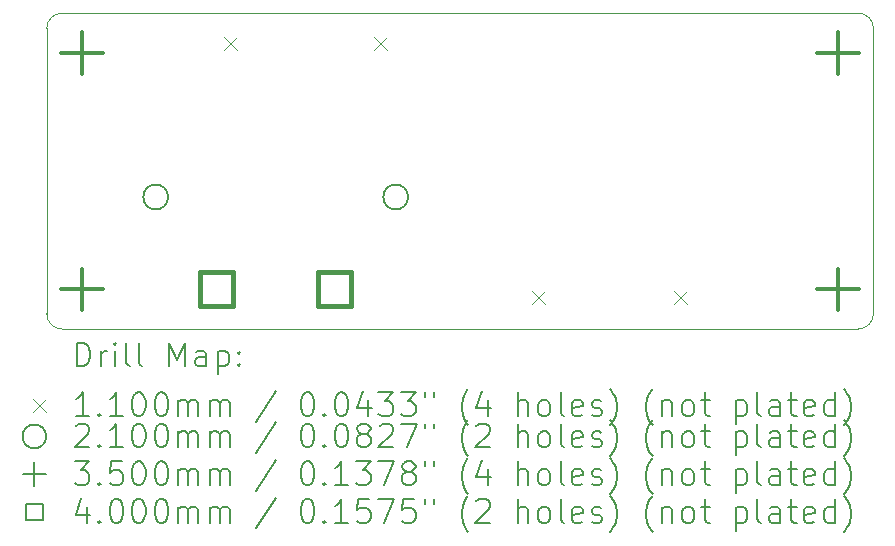
<source format=gbr>
%TF.GenerationSoftware,KiCad,Pcbnew,7.0.7+dfsg-1*%
%TF.CreationDate,2023-09-19T15:46:09+10:00*%
%TF.ProjectId,fan-controller,66616e2d-636f-46e7-9472-6f6c6c65722e,rev?*%
%TF.SameCoordinates,Original*%
%TF.FileFunction,Drillmap*%
%TF.FilePolarity,Positive*%
%FSLAX45Y45*%
G04 Gerber Fmt 4.5, Leading zero omitted, Abs format (unit mm)*
G04 Created by KiCad (PCBNEW 7.0.7+dfsg-1) date 2023-09-19 15:46:09*
%MOMM*%
%LPD*%
G01*
G04 APERTURE LIST*
%ADD10C,0.100000*%
%ADD11C,0.200000*%
%ADD12C,0.110000*%
%ADD13C,0.210000*%
%ADD14C,0.350000*%
%ADD15C,0.400000*%
G04 APERTURE END LIST*
D10*
X16870000Y-12675000D02*
G75*
G03*
X17000000Y-12545000I0J130000D01*
G01*
X10000000Y-10130000D02*
X10000000Y-12545000D01*
X10130000Y-10000000D02*
G75*
G03*
X10000000Y-10130000I0J-130000D01*
G01*
X16870000Y-10000000D02*
X10130000Y-10000000D01*
X17000000Y-10130000D02*
G75*
G03*
X16870000Y-10000000I-130000J0D01*
G01*
X10130000Y-12675000D02*
X16870000Y-12675000D01*
X17000000Y-12545000D02*
X17000000Y-10130000D01*
X10000000Y-12545000D02*
G75*
G03*
X10130000Y-12675000I130000J0D01*
G01*
D11*
D12*
X11502000Y-10206500D02*
X11612000Y-10316500D01*
X11612000Y-10206500D02*
X11502000Y-10316500D01*
X12772000Y-10206500D02*
X12882000Y-10316500D01*
X12882000Y-10206500D02*
X12772000Y-10316500D01*
X14105500Y-12353000D02*
X14215500Y-12463000D01*
X14215500Y-12353000D02*
X14105500Y-12463000D01*
X15312000Y-12353000D02*
X15422000Y-12463000D01*
X15422000Y-12353000D02*
X15312000Y-12463000D01*
D13*
X11027000Y-11557000D02*
G75*
G03*
X11027000Y-11557000I-105000J0D01*
G01*
X13059000Y-11557000D02*
G75*
G03*
X13059000Y-11557000I-105000J0D01*
G01*
D14*
X10300000Y-10162500D02*
X10300000Y-10512500D01*
X10125000Y-10337500D02*
X10475000Y-10337500D01*
X10300000Y-12162500D02*
X10300000Y-12512500D01*
X10125000Y-12337500D02*
X10475000Y-12337500D01*
X16700000Y-10162500D02*
X16700000Y-10512500D01*
X16525000Y-10337500D02*
X16875000Y-10337500D01*
X16700000Y-12162500D02*
X16700000Y-12512500D01*
X16525000Y-12337500D02*
X16875000Y-12337500D01*
D15*
X11579423Y-12478423D02*
X11579423Y-12195577D01*
X11296577Y-12195577D01*
X11296577Y-12478423D01*
X11579423Y-12478423D01*
X12579423Y-12478423D02*
X12579423Y-12195577D01*
X12296577Y-12195577D01*
X12296577Y-12478423D01*
X12579423Y-12478423D01*
D11*
X10255777Y-12991484D02*
X10255777Y-12791484D01*
X10255777Y-12791484D02*
X10303396Y-12791484D01*
X10303396Y-12791484D02*
X10331967Y-12801008D01*
X10331967Y-12801008D02*
X10351015Y-12820055D01*
X10351015Y-12820055D02*
X10360539Y-12839103D01*
X10360539Y-12839103D02*
X10370063Y-12877198D01*
X10370063Y-12877198D02*
X10370063Y-12905769D01*
X10370063Y-12905769D02*
X10360539Y-12943865D01*
X10360539Y-12943865D02*
X10351015Y-12962912D01*
X10351015Y-12962912D02*
X10331967Y-12981960D01*
X10331967Y-12981960D02*
X10303396Y-12991484D01*
X10303396Y-12991484D02*
X10255777Y-12991484D01*
X10455777Y-12991484D02*
X10455777Y-12858150D01*
X10455777Y-12896246D02*
X10465301Y-12877198D01*
X10465301Y-12877198D02*
X10474824Y-12867674D01*
X10474824Y-12867674D02*
X10493872Y-12858150D01*
X10493872Y-12858150D02*
X10512920Y-12858150D01*
X10579586Y-12991484D02*
X10579586Y-12858150D01*
X10579586Y-12791484D02*
X10570063Y-12801008D01*
X10570063Y-12801008D02*
X10579586Y-12810531D01*
X10579586Y-12810531D02*
X10589110Y-12801008D01*
X10589110Y-12801008D02*
X10579586Y-12791484D01*
X10579586Y-12791484D02*
X10579586Y-12810531D01*
X10703396Y-12991484D02*
X10684348Y-12981960D01*
X10684348Y-12981960D02*
X10674824Y-12962912D01*
X10674824Y-12962912D02*
X10674824Y-12791484D01*
X10808158Y-12991484D02*
X10789110Y-12981960D01*
X10789110Y-12981960D02*
X10779586Y-12962912D01*
X10779586Y-12962912D02*
X10779586Y-12791484D01*
X11036729Y-12991484D02*
X11036729Y-12791484D01*
X11036729Y-12791484D02*
X11103396Y-12934341D01*
X11103396Y-12934341D02*
X11170063Y-12791484D01*
X11170063Y-12791484D02*
X11170063Y-12991484D01*
X11351015Y-12991484D02*
X11351015Y-12886722D01*
X11351015Y-12886722D02*
X11341491Y-12867674D01*
X11341491Y-12867674D02*
X11322443Y-12858150D01*
X11322443Y-12858150D02*
X11284348Y-12858150D01*
X11284348Y-12858150D02*
X11265301Y-12867674D01*
X11351015Y-12981960D02*
X11331967Y-12991484D01*
X11331967Y-12991484D02*
X11284348Y-12991484D01*
X11284348Y-12991484D02*
X11265301Y-12981960D01*
X11265301Y-12981960D02*
X11255777Y-12962912D01*
X11255777Y-12962912D02*
X11255777Y-12943865D01*
X11255777Y-12943865D02*
X11265301Y-12924817D01*
X11265301Y-12924817D02*
X11284348Y-12915293D01*
X11284348Y-12915293D02*
X11331967Y-12915293D01*
X11331967Y-12915293D02*
X11351015Y-12905769D01*
X11446253Y-12858150D02*
X11446253Y-13058150D01*
X11446253Y-12867674D02*
X11465301Y-12858150D01*
X11465301Y-12858150D02*
X11503396Y-12858150D01*
X11503396Y-12858150D02*
X11522443Y-12867674D01*
X11522443Y-12867674D02*
X11531967Y-12877198D01*
X11531967Y-12877198D02*
X11541491Y-12896246D01*
X11541491Y-12896246D02*
X11541491Y-12953388D01*
X11541491Y-12953388D02*
X11531967Y-12972436D01*
X11531967Y-12972436D02*
X11522443Y-12981960D01*
X11522443Y-12981960D02*
X11503396Y-12991484D01*
X11503396Y-12991484D02*
X11465301Y-12991484D01*
X11465301Y-12991484D02*
X11446253Y-12981960D01*
X11627205Y-12972436D02*
X11636729Y-12981960D01*
X11636729Y-12981960D02*
X11627205Y-12991484D01*
X11627205Y-12991484D02*
X11617682Y-12981960D01*
X11617682Y-12981960D02*
X11627205Y-12972436D01*
X11627205Y-12972436D02*
X11627205Y-12991484D01*
X11627205Y-12867674D02*
X11636729Y-12877198D01*
X11636729Y-12877198D02*
X11627205Y-12886722D01*
X11627205Y-12886722D02*
X11617682Y-12877198D01*
X11617682Y-12877198D02*
X11627205Y-12867674D01*
X11627205Y-12867674D02*
X11627205Y-12886722D01*
D12*
X9885000Y-13265000D02*
X9995000Y-13375000D01*
X9995000Y-13265000D02*
X9885000Y-13375000D01*
D11*
X10360539Y-13411484D02*
X10246253Y-13411484D01*
X10303396Y-13411484D02*
X10303396Y-13211484D01*
X10303396Y-13211484D02*
X10284348Y-13240055D01*
X10284348Y-13240055D02*
X10265301Y-13259103D01*
X10265301Y-13259103D02*
X10246253Y-13268627D01*
X10446253Y-13392436D02*
X10455777Y-13401960D01*
X10455777Y-13401960D02*
X10446253Y-13411484D01*
X10446253Y-13411484D02*
X10436729Y-13401960D01*
X10436729Y-13401960D02*
X10446253Y-13392436D01*
X10446253Y-13392436D02*
X10446253Y-13411484D01*
X10646253Y-13411484D02*
X10531967Y-13411484D01*
X10589110Y-13411484D02*
X10589110Y-13211484D01*
X10589110Y-13211484D02*
X10570063Y-13240055D01*
X10570063Y-13240055D02*
X10551015Y-13259103D01*
X10551015Y-13259103D02*
X10531967Y-13268627D01*
X10770063Y-13211484D02*
X10789110Y-13211484D01*
X10789110Y-13211484D02*
X10808158Y-13221008D01*
X10808158Y-13221008D02*
X10817682Y-13230531D01*
X10817682Y-13230531D02*
X10827205Y-13249579D01*
X10827205Y-13249579D02*
X10836729Y-13287674D01*
X10836729Y-13287674D02*
X10836729Y-13335293D01*
X10836729Y-13335293D02*
X10827205Y-13373388D01*
X10827205Y-13373388D02*
X10817682Y-13392436D01*
X10817682Y-13392436D02*
X10808158Y-13401960D01*
X10808158Y-13401960D02*
X10789110Y-13411484D01*
X10789110Y-13411484D02*
X10770063Y-13411484D01*
X10770063Y-13411484D02*
X10751015Y-13401960D01*
X10751015Y-13401960D02*
X10741491Y-13392436D01*
X10741491Y-13392436D02*
X10731967Y-13373388D01*
X10731967Y-13373388D02*
X10722444Y-13335293D01*
X10722444Y-13335293D02*
X10722444Y-13287674D01*
X10722444Y-13287674D02*
X10731967Y-13249579D01*
X10731967Y-13249579D02*
X10741491Y-13230531D01*
X10741491Y-13230531D02*
X10751015Y-13221008D01*
X10751015Y-13221008D02*
X10770063Y-13211484D01*
X10960539Y-13211484D02*
X10979586Y-13211484D01*
X10979586Y-13211484D02*
X10998634Y-13221008D01*
X10998634Y-13221008D02*
X11008158Y-13230531D01*
X11008158Y-13230531D02*
X11017682Y-13249579D01*
X11017682Y-13249579D02*
X11027205Y-13287674D01*
X11027205Y-13287674D02*
X11027205Y-13335293D01*
X11027205Y-13335293D02*
X11017682Y-13373388D01*
X11017682Y-13373388D02*
X11008158Y-13392436D01*
X11008158Y-13392436D02*
X10998634Y-13401960D01*
X10998634Y-13401960D02*
X10979586Y-13411484D01*
X10979586Y-13411484D02*
X10960539Y-13411484D01*
X10960539Y-13411484D02*
X10941491Y-13401960D01*
X10941491Y-13401960D02*
X10931967Y-13392436D01*
X10931967Y-13392436D02*
X10922444Y-13373388D01*
X10922444Y-13373388D02*
X10912920Y-13335293D01*
X10912920Y-13335293D02*
X10912920Y-13287674D01*
X10912920Y-13287674D02*
X10922444Y-13249579D01*
X10922444Y-13249579D02*
X10931967Y-13230531D01*
X10931967Y-13230531D02*
X10941491Y-13221008D01*
X10941491Y-13221008D02*
X10960539Y-13211484D01*
X11112920Y-13411484D02*
X11112920Y-13278150D01*
X11112920Y-13297198D02*
X11122444Y-13287674D01*
X11122444Y-13287674D02*
X11141491Y-13278150D01*
X11141491Y-13278150D02*
X11170063Y-13278150D01*
X11170063Y-13278150D02*
X11189110Y-13287674D01*
X11189110Y-13287674D02*
X11198634Y-13306722D01*
X11198634Y-13306722D02*
X11198634Y-13411484D01*
X11198634Y-13306722D02*
X11208158Y-13287674D01*
X11208158Y-13287674D02*
X11227205Y-13278150D01*
X11227205Y-13278150D02*
X11255777Y-13278150D01*
X11255777Y-13278150D02*
X11274824Y-13287674D01*
X11274824Y-13287674D02*
X11284348Y-13306722D01*
X11284348Y-13306722D02*
X11284348Y-13411484D01*
X11379586Y-13411484D02*
X11379586Y-13278150D01*
X11379586Y-13297198D02*
X11389110Y-13287674D01*
X11389110Y-13287674D02*
X11408158Y-13278150D01*
X11408158Y-13278150D02*
X11436729Y-13278150D01*
X11436729Y-13278150D02*
X11455777Y-13287674D01*
X11455777Y-13287674D02*
X11465301Y-13306722D01*
X11465301Y-13306722D02*
X11465301Y-13411484D01*
X11465301Y-13306722D02*
X11474824Y-13287674D01*
X11474824Y-13287674D02*
X11493872Y-13278150D01*
X11493872Y-13278150D02*
X11522443Y-13278150D01*
X11522443Y-13278150D02*
X11541491Y-13287674D01*
X11541491Y-13287674D02*
X11551015Y-13306722D01*
X11551015Y-13306722D02*
X11551015Y-13411484D01*
X11941491Y-13201960D02*
X11770063Y-13459103D01*
X12198634Y-13211484D02*
X12217682Y-13211484D01*
X12217682Y-13211484D02*
X12236729Y-13221008D01*
X12236729Y-13221008D02*
X12246253Y-13230531D01*
X12246253Y-13230531D02*
X12255777Y-13249579D01*
X12255777Y-13249579D02*
X12265301Y-13287674D01*
X12265301Y-13287674D02*
X12265301Y-13335293D01*
X12265301Y-13335293D02*
X12255777Y-13373388D01*
X12255777Y-13373388D02*
X12246253Y-13392436D01*
X12246253Y-13392436D02*
X12236729Y-13401960D01*
X12236729Y-13401960D02*
X12217682Y-13411484D01*
X12217682Y-13411484D02*
X12198634Y-13411484D01*
X12198634Y-13411484D02*
X12179586Y-13401960D01*
X12179586Y-13401960D02*
X12170063Y-13392436D01*
X12170063Y-13392436D02*
X12160539Y-13373388D01*
X12160539Y-13373388D02*
X12151015Y-13335293D01*
X12151015Y-13335293D02*
X12151015Y-13287674D01*
X12151015Y-13287674D02*
X12160539Y-13249579D01*
X12160539Y-13249579D02*
X12170063Y-13230531D01*
X12170063Y-13230531D02*
X12179586Y-13221008D01*
X12179586Y-13221008D02*
X12198634Y-13211484D01*
X12351015Y-13392436D02*
X12360539Y-13401960D01*
X12360539Y-13401960D02*
X12351015Y-13411484D01*
X12351015Y-13411484D02*
X12341491Y-13401960D01*
X12341491Y-13401960D02*
X12351015Y-13392436D01*
X12351015Y-13392436D02*
X12351015Y-13411484D01*
X12484348Y-13211484D02*
X12503396Y-13211484D01*
X12503396Y-13211484D02*
X12522444Y-13221008D01*
X12522444Y-13221008D02*
X12531967Y-13230531D01*
X12531967Y-13230531D02*
X12541491Y-13249579D01*
X12541491Y-13249579D02*
X12551015Y-13287674D01*
X12551015Y-13287674D02*
X12551015Y-13335293D01*
X12551015Y-13335293D02*
X12541491Y-13373388D01*
X12541491Y-13373388D02*
X12531967Y-13392436D01*
X12531967Y-13392436D02*
X12522444Y-13401960D01*
X12522444Y-13401960D02*
X12503396Y-13411484D01*
X12503396Y-13411484D02*
X12484348Y-13411484D01*
X12484348Y-13411484D02*
X12465301Y-13401960D01*
X12465301Y-13401960D02*
X12455777Y-13392436D01*
X12455777Y-13392436D02*
X12446253Y-13373388D01*
X12446253Y-13373388D02*
X12436729Y-13335293D01*
X12436729Y-13335293D02*
X12436729Y-13287674D01*
X12436729Y-13287674D02*
X12446253Y-13249579D01*
X12446253Y-13249579D02*
X12455777Y-13230531D01*
X12455777Y-13230531D02*
X12465301Y-13221008D01*
X12465301Y-13221008D02*
X12484348Y-13211484D01*
X12722444Y-13278150D02*
X12722444Y-13411484D01*
X12674825Y-13201960D02*
X12627206Y-13344817D01*
X12627206Y-13344817D02*
X12751015Y-13344817D01*
X12808158Y-13211484D02*
X12931967Y-13211484D01*
X12931967Y-13211484D02*
X12865301Y-13287674D01*
X12865301Y-13287674D02*
X12893872Y-13287674D01*
X12893872Y-13287674D02*
X12912920Y-13297198D01*
X12912920Y-13297198D02*
X12922444Y-13306722D01*
X12922444Y-13306722D02*
X12931967Y-13325769D01*
X12931967Y-13325769D02*
X12931967Y-13373388D01*
X12931967Y-13373388D02*
X12922444Y-13392436D01*
X12922444Y-13392436D02*
X12912920Y-13401960D01*
X12912920Y-13401960D02*
X12893872Y-13411484D01*
X12893872Y-13411484D02*
X12836729Y-13411484D01*
X12836729Y-13411484D02*
X12817682Y-13401960D01*
X12817682Y-13401960D02*
X12808158Y-13392436D01*
X12998634Y-13211484D02*
X13122444Y-13211484D01*
X13122444Y-13211484D02*
X13055777Y-13287674D01*
X13055777Y-13287674D02*
X13084348Y-13287674D01*
X13084348Y-13287674D02*
X13103396Y-13297198D01*
X13103396Y-13297198D02*
X13112920Y-13306722D01*
X13112920Y-13306722D02*
X13122444Y-13325769D01*
X13122444Y-13325769D02*
X13122444Y-13373388D01*
X13122444Y-13373388D02*
X13112920Y-13392436D01*
X13112920Y-13392436D02*
X13103396Y-13401960D01*
X13103396Y-13401960D02*
X13084348Y-13411484D01*
X13084348Y-13411484D02*
X13027206Y-13411484D01*
X13027206Y-13411484D02*
X13008158Y-13401960D01*
X13008158Y-13401960D02*
X12998634Y-13392436D01*
X13198634Y-13211484D02*
X13198634Y-13249579D01*
X13274825Y-13211484D02*
X13274825Y-13249579D01*
X13570063Y-13487674D02*
X13560539Y-13478150D01*
X13560539Y-13478150D02*
X13541491Y-13449579D01*
X13541491Y-13449579D02*
X13531968Y-13430531D01*
X13531968Y-13430531D02*
X13522444Y-13401960D01*
X13522444Y-13401960D02*
X13512920Y-13354341D01*
X13512920Y-13354341D02*
X13512920Y-13316246D01*
X13512920Y-13316246D02*
X13522444Y-13268627D01*
X13522444Y-13268627D02*
X13531968Y-13240055D01*
X13531968Y-13240055D02*
X13541491Y-13221008D01*
X13541491Y-13221008D02*
X13560539Y-13192436D01*
X13560539Y-13192436D02*
X13570063Y-13182912D01*
X13731968Y-13278150D02*
X13731968Y-13411484D01*
X13684348Y-13201960D02*
X13636729Y-13344817D01*
X13636729Y-13344817D02*
X13760539Y-13344817D01*
X13989110Y-13411484D02*
X13989110Y-13211484D01*
X14074825Y-13411484D02*
X14074825Y-13306722D01*
X14074825Y-13306722D02*
X14065301Y-13287674D01*
X14065301Y-13287674D02*
X14046253Y-13278150D01*
X14046253Y-13278150D02*
X14017682Y-13278150D01*
X14017682Y-13278150D02*
X13998634Y-13287674D01*
X13998634Y-13287674D02*
X13989110Y-13297198D01*
X14198634Y-13411484D02*
X14179587Y-13401960D01*
X14179587Y-13401960D02*
X14170063Y-13392436D01*
X14170063Y-13392436D02*
X14160539Y-13373388D01*
X14160539Y-13373388D02*
X14160539Y-13316246D01*
X14160539Y-13316246D02*
X14170063Y-13297198D01*
X14170063Y-13297198D02*
X14179587Y-13287674D01*
X14179587Y-13287674D02*
X14198634Y-13278150D01*
X14198634Y-13278150D02*
X14227206Y-13278150D01*
X14227206Y-13278150D02*
X14246253Y-13287674D01*
X14246253Y-13287674D02*
X14255777Y-13297198D01*
X14255777Y-13297198D02*
X14265301Y-13316246D01*
X14265301Y-13316246D02*
X14265301Y-13373388D01*
X14265301Y-13373388D02*
X14255777Y-13392436D01*
X14255777Y-13392436D02*
X14246253Y-13401960D01*
X14246253Y-13401960D02*
X14227206Y-13411484D01*
X14227206Y-13411484D02*
X14198634Y-13411484D01*
X14379587Y-13411484D02*
X14360539Y-13401960D01*
X14360539Y-13401960D02*
X14351015Y-13382912D01*
X14351015Y-13382912D02*
X14351015Y-13211484D01*
X14531968Y-13401960D02*
X14512920Y-13411484D01*
X14512920Y-13411484D02*
X14474825Y-13411484D01*
X14474825Y-13411484D02*
X14455777Y-13401960D01*
X14455777Y-13401960D02*
X14446253Y-13382912D01*
X14446253Y-13382912D02*
X14446253Y-13306722D01*
X14446253Y-13306722D02*
X14455777Y-13287674D01*
X14455777Y-13287674D02*
X14474825Y-13278150D01*
X14474825Y-13278150D02*
X14512920Y-13278150D01*
X14512920Y-13278150D02*
X14531968Y-13287674D01*
X14531968Y-13287674D02*
X14541491Y-13306722D01*
X14541491Y-13306722D02*
X14541491Y-13325769D01*
X14541491Y-13325769D02*
X14446253Y-13344817D01*
X14617682Y-13401960D02*
X14636730Y-13411484D01*
X14636730Y-13411484D02*
X14674825Y-13411484D01*
X14674825Y-13411484D02*
X14693872Y-13401960D01*
X14693872Y-13401960D02*
X14703396Y-13382912D01*
X14703396Y-13382912D02*
X14703396Y-13373388D01*
X14703396Y-13373388D02*
X14693872Y-13354341D01*
X14693872Y-13354341D02*
X14674825Y-13344817D01*
X14674825Y-13344817D02*
X14646253Y-13344817D01*
X14646253Y-13344817D02*
X14627206Y-13335293D01*
X14627206Y-13335293D02*
X14617682Y-13316246D01*
X14617682Y-13316246D02*
X14617682Y-13306722D01*
X14617682Y-13306722D02*
X14627206Y-13287674D01*
X14627206Y-13287674D02*
X14646253Y-13278150D01*
X14646253Y-13278150D02*
X14674825Y-13278150D01*
X14674825Y-13278150D02*
X14693872Y-13287674D01*
X14770063Y-13487674D02*
X14779587Y-13478150D01*
X14779587Y-13478150D02*
X14798634Y-13449579D01*
X14798634Y-13449579D02*
X14808158Y-13430531D01*
X14808158Y-13430531D02*
X14817682Y-13401960D01*
X14817682Y-13401960D02*
X14827206Y-13354341D01*
X14827206Y-13354341D02*
X14827206Y-13316246D01*
X14827206Y-13316246D02*
X14817682Y-13268627D01*
X14817682Y-13268627D02*
X14808158Y-13240055D01*
X14808158Y-13240055D02*
X14798634Y-13221008D01*
X14798634Y-13221008D02*
X14779587Y-13192436D01*
X14779587Y-13192436D02*
X14770063Y-13182912D01*
X15131968Y-13487674D02*
X15122444Y-13478150D01*
X15122444Y-13478150D02*
X15103396Y-13449579D01*
X15103396Y-13449579D02*
X15093872Y-13430531D01*
X15093872Y-13430531D02*
X15084349Y-13401960D01*
X15084349Y-13401960D02*
X15074825Y-13354341D01*
X15074825Y-13354341D02*
X15074825Y-13316246D01*
X15074825Y-13316246D02*
X15084349Y-13268627D01*
X15084349Y-13268627D02*
X15093872Y-13240055D01*
X15093872Y-13240055D02*
X15103396Y-13221008D01*
X15103396Y-13221008D02*
X15122444Y-13192436D01*
X15122444Y-13192436D02*
X15131968Y-13182912D01*
X15208158Y-13278150D02*
X15208158Y-13411484D01*
X15208158Y-13297198D02*
X15217682Y-13287674D01*
X15217682Y-13287674D02*
X15236730Y-13278150D01*
X15236730Y-13278150D02*
X15265301Y-13278150D01*
X15265301Y-13278150D02*
X15284349Y-13287674D01*
X15284349Y-13287674D02*
X15293872Y-13306722D01*
X15293872Y-13306722D02*
X15293872Y-13411484D01*
X15417682Y-13411484D02*
X15398634Y-13401960D01*
X15398634Y-13401960D02*
X15389111Y-13392436D01*
X15389111Y-13392436D02*
X15379587Y-13373388D01*
X15379587Y-13373388D02*
X15379587Y-13316246D01*
X15379587Y-13316246D02*
X15389111Y-13297198D01*
X15389111Y-13297198D02*
X15398634Y-13287674D01*
X15398634Y-13287674D02*
X15417682Y-13278150D01*
X15417682Y-13278150D02*
X15446253Y-13278150D01*
X15446253Y-13278150D02*
X15465301Y-13287674D01*
X15465301Y-13287674D02*
X15474825Y-13297198D01*
X15474825Y-13297198D02*
X15484349Y-13316246D01*
X15484349Y-13316246D02*
X15484349Y-13373388D01*
X15484349Y-13373388D02*
X15474825Y-13392436D01*
X15474825Y-13392436D02*
X15465301Y-13401960D01*
X15465301Y-13401960D02*
X15446253Y-13411484D01*
X15446253Y-13411484D02*
X15417682Y-13411484D01*
X15541492Y-13278150D02*
X15617682Y-13278150D01*
X15570063Y-13211484D02*
X15570063Y-13382912D01*
X15570063Y-13382912D02*
X15579587Y-13401960D01*
X15579587Y-13401960D02*
X15598634Y-13411484D01*
X15598634Y-13411484D02*
X15617682Y-13411484D01*
X15836730Y-13278150D02*
X15836730Y-13478150D01*
X15836730Y-13287674D02*
X15855777Y-13278150D01*
X15855777Y-13278150D02*
X15893873Y-13278150D01*
X15893873Y-13278150D02*
X15912920Y-13287674D01*
X15912920Y-13287674D02*
X15922444Y-13297198D01*
X15922444Y-13297198D02*
X15931968Y-13316246D01*
X15931968Y-13316246D02*
X15931968Y-13373388D01*
X15931968Y-13373388D02*
X15922444Y-13392436D01*
X15922444Y-13392436D02*
X15912920Y-13401960D01*
X15912920Y-13401960D02*
X15893873Y-13411484D01*
X15893873Y-13411484D02*
X15855777Y-13411484D01*
X15855777Y-13411484D02*
X15836730Y-13401960D01*
X16046253Y-13411484D02*
X16027206Y-13401960D01*
X16027206Y-13401960D02*
X16017682Y-13382912D01*
X16017682Y-13382912D02*
X16017682Y-13211484D01*
X16208158Y-13411484D02*
X16208158Y-13306722D01*
X16208158Y-13306722D02*
X16198634Y-13287674D01*
X16198634Y-13287674D02*
X16179587Y-13278150D01*
X16179587Y-13278150D02*
X16141492Y-13278150D01*
X16141492Y-13278150D02*
X16122444Y-13287674D01*
X16208158Y-13401960D02*
X16189111Y-13411484D01*
X16189111Y-13411484D02*
X16141492Y-13411484D01*
X16141492Y-13411484D02*
X16122444Y-13401960D01*
X16122444Y-13401960D02*
X16112920Y-13382912D01*
X16112920Y-13382912D02*
X16112920Y-13363865D01*
X16112920Y-13363865D02*
X16122444Y-13344817D01*
X16122444Y-13344817D02*
X16141492Y-13335293D01*
X16141492Y-13335293D02*
X16189111Y-13335293D01*
X16189111Y-13335293D02*
X16208158Y-13325769D01*
X16274825Y-13278150D02*
X16351015Y-13278150D01*
X16303396Y-13211484D02*
X16303396Y-13382912D01*
X16303396Y-13382912D02*
X16312920Y-13401960D01*
X16312920Y-13401960D02*
X16331968Y-13411484D01*
X16331968Y-13411484D02*
X16351015Y-13411484D01*
X16493873Y-13401960D02*
X16474825Y-13411484D01*
X16474825Y-13411484D02*
X16436730Y-13411484D01*
X16436730Y-13411484D02*
X16417682Y-13401960D01*
X16417682Y-13401960D02*
X16408158Y-13382912D01*
X16408158Y-13382912D02*
X16408158Y-13306722D01*
X16408158Y-13306722D02*
X16417682Y-13287674D01*
X16417682Y-13287674D02*
X16436730Y-13278150D01*
X16436730Y-13278150D02*
X16474825Y-13278150D01*
X16474825Y-13278150D02*
X16493873Y-13287674D01*
X16493873Y-13287674D02*
X16503396Y-13306722D01*
X16503396Y-13306722D02*
X16503396Y-13325769D01*
X16503396Y-13325769D02*
X16408158Y-13344817D01*
X16674825Y-13411484D02*
X16674825Y-13211484D01*
X16674825Y-13401960D02*
X16655777Y-13411484D01*
X16655777Y-13411484D02*
X16617682Y-13411484D01*
X16617682Y-13411484D02*
X16598634Y-13401960D01*
X16598634Y-13401960D02*
X16589111Y-13392436D01*
X16589111Y-13392436D02*
X16579587Y-13373388D01*
X16579587Y-13373388D02*
X16579587Y-13316246D01*
X16579587Y-13316246D02*
X16589111Y-13297198D01*
X16589111Y-13297198D02*
X16598634Y-13287674D01*
X16598634Y-13287674D02*
X16617682Y-13278150D01*
X16617682Y-13278150D02*
X16655777Y-13278150D01*
X16655777Y-13278150D02*
X16674825Y-13287674D01*
X16751015Y-13487674D02*
X16760539Y-13478150D01*
X16760539Y-13478150D02*
X16779587Y-13449579D01*
X16779587Y-13449579D02*
X16789111Y-13430531D01*
X16789111Y-13430531D02*
X16798635Y-13401960D01*
X16798635Y-13401960D02*
X16808158Y-13354341D01*
X16808158Y-13354341D02*
X16808158Y-13316246D01*
X16808158Y-13316246D02*
X16798635Y-13268627D01*
X16798635Y-13268627D02*
X16789111Y-13240055D01*
X16789111Y-13240055D02*
X16779587Y-13221008D01*
X16779587Y-13221008D02*
X16760539Y-13192436D01*
X16760539Y-13192436D02*
X16751015Y-13182912D01*
X9995000Y-13584000D02*
G75*
G03*
X9995000Y-13584000I-100000J0D01*
G01*
X10246253Y-13494531D02*
X10255777Y-13485008D01*
X10255777Y-13485008D02*
X10274824Y-13475484D01*
X10274824Y-13475484D02*
X10322444Y-13475484D01*
X10322444Y-13475484D02*
X10341491Y-13485008D01*
X10341491Y-13485008D02*
X10351015Y-13494531D01*
X10351015Y-13494531D02*
X10360539Y-13513579D01*
X10360539Y-13513579D02*
X10360539Y-13532627D01*
X10360539Y-13532627D02*
X10351015Y-13561198D01*
X10351015Y-13561198D02*
X10236729Y-13675484D01*
X10236729Y-13675484D02*
X10360539Y-13675484D01*
X10446253Y-13656436D02*
X10455777Y-13665960D01*
X10455777Y-13665960D02*
X10446253Y-13675484D01*
X10446253Y-13675484D02*
X10436729Y-13665960D01*
X10436729Y-13665960D02*
X10446253Y-13656436D01*
X10446253Y-13656436D02*
X10446253Y-13675484D01*
X10646253Y-13675484D02*
X10531967Y-13675484D01*
X10589110Y-13675484D02*
X10589110Y-13475484D01*
X10589110Y-13475484D02*
X10570063Y-13504055D01*
X10570063Y-13504055D02*
X10551015Y-13523103D01*
X10551015Y-13523103D02*
X10531967Y-13532627D01*
X10770063Y-13475484D02*
X10789110Y-13475484D01*
X10789110Y-13475484D02*
X10808158Y-13485008D01*
X10808158Y-13485008D02*
X10817682Y-13494531D01*
X10817682Y-13494531D02*
X10827205Y-13513579D01*
X10827205Y-13513579D02*
X10836729Y-13551674D01*
X10836729Y-13551674D02*
X10836729Y-13599293D01*
X10836729Y-13599293D02*
X10827205Y-13637388D01*
X10827205Y-13637388D02*
X10817682Y-13656436D01*
X10817682Y-13656436D02*
X10808158Y-13665960D01*
X10808158Y-13665960D02*
X10789110Y-13675484D01*
X10789110Y-13675484D02*
X10770063Y-13675484D01*
X10770063Y-13675484D02*
X10751015Y-13665960D01*
X10751015Y-13665960D02*
X10741491Y-13656436D01*
X10741491Y-13656436D02*
X10731967Y-13637388D01*
X10731967Y-13637388D02*
X10722444Y-13599293D01*
X10722444Y-13599293D02*
X10722444Y-13551674D01*
X10722444Y-13551674D02*
X10731967Y-13513579D01*
X10731967Y-13513579D02*
X10741491Y-13494531D01*
X10741491Y-13494531D02*
X10751015Y-13485008D01*
X10751015Y-13485008D02*
X10770063Y-13475484D01*
X10960539Y-13475484D02*
X10979586Y-13475484D01*
X10979586Y-13475484D02*
X10998634Y-13485008D01*
X10998634Y-13485008D02*
X11008158Y-13494531D01*
X11008158Y-13494531D02*
X11017682Y-13513579D01*
X11017682Y-13513579D02*
X11027205Y-13551674D01*
X11027205Y-13551674D02*
X11027205Y-13599293D01*
X11027205Y-13599293D02*
X11017682Y-13637388D01*
X11017682Y-13637388D02*
X11008158Y-13656436D01*
X11008158Y-13656436D02*
X10998634Y-13665960D01*
X10998634Y-13665960D02*
X10979586Y-13675484D01*
X10979586Y-13675484D02*
X10960539Y-13675484D01*
X10960539Y-13675484D02*
X10941491Y-13665960D01*
X10941491Y-13665960D02*
X10931967Y-13656436D01*
X10931967Y-13656436D02*
X10922444Y-13637388D01*
X10922444Y-13637388D02*
X10912920Y-13599293D01*
X10912920Y-13599293D02*
X10912920Y-13551674D01*
X10912920Y-13551674D02*
X10922444Y-13513579D01*
X10922444Y-13513579D02*
X10931967Y-13494531D01*
X10931967Y-13494531D02*
X10941491Y-13485008D01*
X10941491Y-13485008D02*
X10960539Y-13475484D01*
X11112920Y-13675484D02*
X11112920Y-13542150D01*
X11112920Y-13561198D02*
X11122444Y-13551674D01*
X11122444Y-13551674D02*
X11141491Y-13542150D01*
X11141491Y-13542150D02*
X11170063Y-13542150D01*
X11170063Y-13542150D02*
X11189110Y-13551674D01*
X11189110Y-13551674D02*
X11198634Y-13570722D01*
X11198634Y-13570722D02*
X11198634Y-13675484D01*
X11198634Y-13570722D02*
X11208158Y-13551674D01*
X11208158Y-13551674D02*
X11227205Y-13542150D01*
X11227205Y-13542150D02*
X11255777Y-13542150D01*
X11255777Y-13542150D02*
X11274824Y-13551674D01*
X11274824Y-13551674D02*
X11284348Y-13570722D01*
X11284348Y-13570722D02*
X11284348Y-13675484D01*
X11379586Y-13675484D02*
X11379586Y-13542150D01*
X11379586Y-13561198D02*
X11389110Y-13551674D01*
X11389110Y-13551674D02*
X11408158Y-13542150D01*
X11408158Y-13542150D02*
X11436729Y-13542150D01*
X11436729Y-13542150D02*
X11455777Y-13551674D01*
X11455777Y-13551674D02*
X11465301Y-13570722D01*
X11465301Y-13570722D02*
X11465301Y-13675484D01*
X11465301Y-13570722D02*
X11474824Y-13551674D01*
X11474824Y-13551674D02*
X11493872Y-13542150D01*
X11493872Y-13542150D02*
X11522443Y-13542150D01*
X11522443Y-13542150D02*
X11541491Y-13551674D01*
X11541491Y-13551674D02*
X11551015Y-13570722D01*
X11551015Y-13570722D02*
X11551015Y-13675484D01*
X11941491Y-13465960D02*
X11770063Y-13723103D01*
X12198634Y-13475484D02*
X12217682Y-13475484D01*
X12217682Y-13475484D02*
X12236729Y-13485008D01*
X12236729Y-13485008D02*
X12246253Y-13494531D01*
X12246253Y-13494531D02*
X12255777Y-13513579D01*
X12255777Y-13513579D02*
X12265301Y-13551674D01*
X12265301Y-13551674D02*
X12265301Y-13599293D01*
X12265301Y-13599293D02*
X12255777Y-13637388D01*
X12255777Y-13637388D02*
X12246253Y-13656436D01*
X12246253Y-13656436D02*
X12236729Y-13665960D01*
X12236729Y-13665960D02*
X12217682Y-13675484D01*
X12217682Y-13675484D02*
X12198634Y-13675484D01*
X12198634Y-13675484D02*
X12179586Y-13665960D01*
X12179586Y-13665960D02*
X12170063Y-13656436D01*
X12170063Y-13656436D02*
X12160539Y-13637388D01*
X12160539Y-13637388D02*
X12151015Y-13599293D01*
X12151015Y-13599293D02*
X12151015Y-13551674D01*
X12151015Y-13551674D02*
X12160539Y-13513579D01*
X12160539Y-13513579D02*
X12170063Y-13494531D01*
X12170063Y-13494531D02*
X12179586Y-13485008D01*
X12179586Y-13485008D02*
X12198634Y-13475484D01*
X12351015Y-13656436D02*
X12360539Y-13665960D01*
X12360539Y-13665960D02*
X12351015Y-13675484D01*
X12351015Y-13675484D02*
X12341491Y-13665960D01*
X12341491Y-13665960D02*
X12351015Y-13656436D01*
X12351015Y-13656436D02*
X12351015Y-13675484D01*
X12484348Y-13475484D02*
X12503396Y-13475484D01*
X12503396Y-13475484D02*
X12522444Y-13485008D01*
X12522444Y-13485008D02*
X12531967Y-13494531D01*
X12531967Y-13494531D02*
X12541491Y-13513579D01*
X12541491Y-13513579D02*
X12551015Y-13551674D01*
X12551015Y-13551674D02*
X12551015Y-13599293D01*
X12551015Y-13599293D02*
X12541491Y-13637388D01*
X12541491Y-13637388D02*
X12531967Y-13656436D01*
X12531967Y-13656436D02*
X12522444Y-13665960D01*
X12522444Y-13665960D02*
X12503396Y-13675484D01*
X12503396Y-13675484D02*
X12484348Y-13675484D01*
X12484348Y-13675484D02*
X12465301Y-13665960D01*
X12465301Y-13665960D02*
X12455777Y-13656436D01*
X12455777Y-13656436D02*
X12446253Y-13637388D01*
X12446253Y-13637388D02*
X12436729Y-13599293D01*
X12436729Y-13599293D02*
X12436729Y-13551674D01*
X12436729Y-13551674D02*
X12446253Y-13513579D01*
X12446253Y-13513579D02*
X12455777Y-13494531D01*
X12455777Y-13494531D02*
X12465301Y-13485008D01*
X12465301Y-13485008D02*
X12484348Y-13475484D01*
X12665301Y-13561198D02*
X12646253Y-13551674D01*
X12646253Y-13551674D02*
X12636729Y-13542150D01*
X12636729Y-13542150D02*
X12627206Y-13523103D01*
X12627206Y-13523103D02*
X12627206Y-13513579D01*
X12627206Y-13513579D02*
X12636729Y-13494531D01*
X12636729Y-13494531D02*
X12646253Y-13485008D01*
X12646253Y-13485008D02*
X12665301Y-13475484D01*
X12665301Y-13475484D02*
X12703396Y-13475484D01*
X12703396Y-13475484D02*
X12722444Y-13485008D01*
X12722444Y-13485008D02*
X12731967Y-13494531D01*
X12731967Y-13494531D02*
X12741491Y-13513579D01*
X12741491Y-13513579D02*
X12741491Y-13523103D01*
X12741491Y-13523103D02*
X12731967Y-13542150D01*
X12731967Y-13542150D02*
X12722444Y-13551674D01*
X12722444Y-13551674D02*
X12703396Y-13561198D01*
X12703396Y-13561198D02*
X12665301Y-13561198D01*
X12665301Y-13561198D02*
X12646253Y-13570722D01*
X12646253Y-13570722D02*
X12636729Y-13580246D01*
X12636729Y-13580246D02*
X12627206Y-13599293D01*
X12627206Y-13599293D02*
X12627206Y-13637388D01*
X12627206Y-13637388D02*
X12636729Y-13656436D01*
X12636729Y-13656436D02*
X12646253Y-13665960D01*
X12646253Y-13665960D02*
X12665301Y-13675484D01*
X12665301Y-13675484D02*
X12703396Y-13675484D01*
X12703396Y-13675484D02*
X12722444Y-13665960D01*
X12722444Y-13665960D02*
X12731967Y-13656436D01*
X12731967Y-13656436D02*
X12741491Y-13637388D01*
X12741491Y-13637388D02*
X12741491Y-13599293D01*
X12741491Y-13599293D02*
X12731967Y-13580246D01*
X12731967Y-13580246D02*
X12722444Y-13570722D01*
X12722444Y-13570722D02*
X12703396Y-13561198D01*
X12817682Y-13494531D02*
X12827206Y-13485008D01*
X12827206Y-13485008D02*
X12846253Y-13475484D01*
X12846253Y-13475484D02*
X12893872Y-13475484D01*
X12893872Y-13475484D02*
X12912920Y-13485008D01*
X12912920Y-13485008D02*
X12922444Y-13494531D01*
X12922444Y-13494531D02*
X12931967Y-13513579D01*
X12931967Y-13513579D02*
X12931967Y-13532627D01*
X12931967Y-13532627D02*
X12922444Y-13561198D01*
X12922444Y-13561198D02*
X12808158Y-13675484D01*
X12808158Y-13675484D02*
X12931967Y-13675484D01*
X12998634Y-13475484D02*
X13131967Y-13475484D01*
X13131967Y-13475484D02*
X13046253Y-13675484D01*
X13198634Y-13475484D02*
X13198634Y-13513579D01*
X13274825Y-13475484D02*
X13274825Y-13513579D01*
X13570063Y-13751674D02*
X13560539Y-13742150D01*
X13560539Y-13742150D02*
X13541491Y-13713579D01*
X13541491Y-13713579D02*
X13531968Y-13694531D01*
X13531968Y-13694531D02*
X13522444Y-13665960D01*
X13522444Y-13665960D02*
X13512920Y-13618341D01*
X13512920Y-13618341D02*
X13512920Y-13580246D01*
X13512920Y-13580246D02*
X13522444Y-13532627D01*
X13522444Y-13532627D02*
X13531968Y-13504055D01*
X13531968Y-13504055D02*
X13541491Y-13485008D01*
X13541491Y-13485008D02*
X13560539Y-13456436D01*
X13560539Y-13456436D02*
X13570063Y-13446912D01*
X13636729Y-13494531D02*
X13646253Y-13485008D01*
X13646253Y-13485008D02*
X13665301Y-13475484D01*
X13665301Y-13475484D02*
X13712920Y-13475484D01*
X13712920Y-13475484D02*
X13731968Y-13485008D01*
X13731968Y-13485008D02*
X13741491Y-13494531D01*
X13741491Y-13494531D02*
X13751015Y-13513579D01*
X13751015Y-13513579D02*
X13751015Y-13532627D01*
X13751015Y-13532627D02*
X13741491Y-13561198D01*
X13741491Y-13561198D02*
X13627206Y-13675484D01*
X13627206Y-13675484D02*
X13751015Y-13675484D01*
X13989110Y-13675484D02*
X13989110Y-13475484D01*
X14074825Y-13675484D02*
X14074825Y-13570722D01*
X14074825Y-13570722D02*
X14065301Y-13551674D01*
X14065301Y-13551674D02*
X14046253Y-13542150D01*
X14046253Y-13542150D02*
X14017682Y-13542150D01*
X14017682Y-13542150D02*
X13998634Y-13551674D01*
X13998634Y-13551674D02*
X13989110Y-13561198D01*
X14198634Y-13675484D02*
X14179587Y-13665960D01*
X14179587Y-13665960D02*
X14170063Y-13656436D01*
X14170063Y-13656436D02*
X14160539Y-13637388D01*
X14160539Y-13637388D02*
X14160539Y-13580246D01*
X14160539Y-13580246D02*
X14170063Y-13561198D01*
X14170063Y-13561198D02*
X14179587Y-13551674D01*
X14179587Y-13551674D02*
X14198634Y-13542150D01*
X14198634Y-13542150D02*
X14227206Y-13542150D01*
X14227206Y-13542150D02*
X14246253Y-13551674D01*
X14246253Y-13551674D02*
X14255777Y-13561198D01*
X14255777Y-13561198D02*
X14265301Y-13580246D01*
X14265301Y-13580246D02*
X14265301Y-13637388D01*
X14265301Y-13637388D02*
X14255777Y-13656436D01*
X14255777Y-13656436D02*
X14246253Y-13665960D01*
X14246253Y-13665960D02*
X14227206Y-13675484D01*
X14227206Y-13675484D02*
X14198634Y-13675484D01*
X14379587Y-13675484D02*
X14360539Y-13665960D01*
X14360539Y-13665960D02*
X14351015Y-13646912D01*
X14351015Y-13646912D02*
X14351015Y-13475484D01*
X14531968Y-13665960D02*
X14512920Y-13675484D01*
X14512920Y-13675484D02*
X14474825Y-13675484D01*
X14474825Y-13675484D02*
X14455777Y-13665960D01*
X14455777Y-13665960D02*
X14446253Y-13646912D01*
X14446253Y-13646912D02*
X14446253Y-13570722D01*
X14446253Y-13570722D02*
X14455777Y-13551674D01*
X14455777Y-13551674D02*
X14474825Y-13542150D01*
X14474825Y-13542150D02*
X14512920Y-13542150D01*
X14512920Y-13542150D02*
X14531968Y-13551674D01*
X14531968Y-13551674D02*
X14541491Y-13570722D01*
X14541491Y-13570722D02*
X14541491Y-13589769D01*
X14541491Y-13589769D02*
X14446253Y-13608817D01*
X14617682Y-13665960D02*
X14636730Y-13675484D01*
X14636730Y-13675484D02*
X14674825Y-13675484D01*
X14674825Y-13675484D02*
X14693872Y-13665960D01*
X14693872Y-13665960D02*
X14703396Y-13646912D01*
X14703396Y-13646912D02*
X14703396Y-13637388D01*
X14703396Y-13637388D02*
X14693872Y-13618341D01*
X14693872Y-13618341D02*
X14674825Y-13608817D01*
X14674825Y-13608817D02*
X14646253Y-13608817D01*
X14646253Y-13608817D02*
X14627206Y-13599293D01*
X14627206Y-13599293D02*
X14617682Y-13580246D01*
X14617682Y-13580246D02*
X14617682Y-13570722D01*
X14617682Y-13570722D02*
X14627206Y-13551674D01*
X14627206Y-13551674D02*
X14646253Y-13542150D01*
X14646253Y-13542150D02*
X14674825Y-13542150D01*
X14674825Y-13542150D02*
X14693872Y-13551674D01*
X14770063Y-13751674D02*
X14779587Y-13742150D01*
X14779587Y-13742150D02*
X14798634Y-13713579D01*
X14798634Y-13713579D02*
X14808158Y-13694531D01*
X14808158Y-13694531D02*
X14817682Y-13665960D01*
X14817682Y-13665960D02*
X14827206Y-13618341D01*
X14827206Y-13618341D02*
X14827206Y-13580246D01*
X14827206Y-13580246D02*
X14817682Y-13532627D01*
X14817682Y-13532627D02*
X14808158Y-13504055D01*
X14808158Y-13504055D02*
X14798634Y-13485008D01*
X14798634Y-13485008D02*
X14779587Y-13456436D01*
X14779587Y-13456436D02*
X14770063Y-13446912D01*
X15131968Y-13751674D02*
X15122444Y-13742150D01*
X15122444Y-13742150D02*
X15103396Y-13713579D01*
X15103396Y-13713579D02*
X15093872Y-13694531D01*
X15093872Y-13694531D02*
X15084349Y-13665960D01*
X15084349Y-13665960D02*
X15074825Y-13618341D01*
X15074825Y-13618341D02*
X15074825Y-13580246D01*
X15074825Y-13580246D02*
X15084349Y-13532627D01*
X15084349Y-13532627D02*
X15093872Y-13504055D01*
X15093872Y-13504055D02*
X15103396Y-13485008D01*
X15103396Y-13485008D02*
X15122444Y-13456436D01*
X15122444Y-13456436D02*
X15131968Y-13446912D01*
X15208158Y-13542150D02*
X15208158Y-13675484D01*
X15208158Y-13561198D02*
X15217682Y-13551674D01*
X15217682Y-13551674D02*
X15236730Y-13542150D01*
X15236730Y-13542150D02*
X15265301Y-13542150D01*
X15265301Y-13542150D02*
X15284349Y-13551674D01*
X15284349Y-13551674D02*
X15293872Y-13570722D01*
X15293872Y-13570722D02*
X15293872Y-13675484D01*
X15417682Y-13675484D02*
X15398634Y-13665960D01*
X15398634Y-13665960D02*
X15389111Y-13656436D01*
X15389111Y-13656436D02*
X15379587Y-13637388D01*
X15379587Y-13637388D02*
X15379587Y-13580246D01*
X15379587Y-13580246D02*
X15389111Y-13561198D01*
X15389111Y-13561198D02*
X15398634Y-13551674D01*
X15398634Y-13551674D02*
X15417682Y-13542150D01*
X15417682Y-13542150D02*
X15446253Y-13542150D01*
X15446253Y-13542150D02*
X15465301Y-13551674D01*
X15465301Y-13551674D02*
X15474825Y-13561198D01*
X15474825Y-13561198D02*
X15484349Y-13580246D01*
X15484349Y-13580246D02*
X15484349Y-13637388D01*
X15484349Y-13637388D02*
X15474825Y-13656436D01*
X15474825Y-13656436D02*
X15465301Y-13665960D01*
X15465301Y-13665960D02*
X15446253Y-13675484D01*
X15446253Y-13675484D02*
X15417682Y-13675484D01*
X15541492Y-13542150D02*
X15617682Y-13542150D01*
X15570063Y-13475484D02*
X15570063Y-13646912D01*
X15570063Y-13646912D02*
X15579587Y-13665960D01*
X15579587Y-13665960D02*
X15598634Y-13675484D01*
X15598634Y-13675484D02*
X15617682Y-13675484D01*
X15836730Y-13542150D02*
X15836730Y-13742150D01*
X15836730Y-13551674D02*
X15855777Y-13542150D01*
X15855777Y-13542150D02*
X15893873Y-13542150D01*
X15893873Y-13542150D02*
X15912920Y-13551674D01*
X15912920Y-13551674D02*
X15922444Y-13561198D01*
X15922444Y-13561198D02*
X15931968Y-13580246D01*
X15931968Y-13580246D02*
X15931968Y-13637388D01*
X15931968Y-13637388D02*
X15922444Y-13656436D01*
X15922444Y-13656436D02*
X15912920Y-13665960D01*
X15912920Y-13665960D02*
X15893873Y-13675484D01*
X15893873Y-13675484D02*
X15855777Y-13675484D01*
X15855777Y-13675484D02*
X15836730Y-13665960D01*
X16046253Y-13675484D02*
X16027206Y-13665960D01*
X16027206Y-13665960D02*
X16017682Y-13646912D01*
X16017682Y-13646912D02*
X16017682Y-13475484D01*
X16208158Y-13675484D02*
X16208158Y-13570722D01*
X16208158Y-13570722D02*
X16198634Y-13551674D01*
X16198634Y-13551674D02*
X16179587Y-13542150D01*
X16179587Y-13542150D02*
X16141492Y-13542150D01*
X16141492Y-13542150D02*
X16122444Y-13551674D01*
X16208158Y-13665960D02*
X16189111Y-13675484D01*
X16189111Y-13675484D02*
X16141492Y-13675484D01*
X16141492Y-13675484D02*
X16122444Y-13665960D01*
X16122444Y-13665960D02*
X16112920Y-13646912D01*
X16112920Y-13646912D02*
X16112920Y-13627865D01*
X16112920Y-13627865D02*
X16122444Y-13608817D01*
X16122444Y-13608817D02*
X16141492Y-13599293D01*
X16141492Y-13599293D02*
X16189111Y-13599293D01*
X16189111Y-13599293D02*
X16208158Y-13589769D01*
X16274825Y-13542150D02*
X16351015Y-13542150D01*
X16303396Y-13475484D02*
X16303396Y-13646912D01*
X16303396Y-13646912D02*
X16312920Y-13665960D01*
X16312920Y-13665960D02*
X16331968Y-13675484D01*
X16331968Y-13675484D02*
X16351015Y-13675484D01*
X16493873Y-13665960D02*
X16474825Y-13675484D01*
X16474825Y-13675484D02*
X16436730Y-13675484D01*
X16436730Y-13675484D02*
X16417682Y-13665960D01*
X16417682Y-13665960D02*
X16408158Y-13646912D01*
X16408158Y-13646912D02*
X16408158Y-13570722D01*
X16408158Y-13570722D02*
X16417682Y-13551674D01*
X16417682Y-13551674D02*
X16436730Y-13542150D01*
X16436730Y-13542150D02*
X16474825Y-13542150D01*
X16474825Y-13542150D02*
X16493873Y-13551674D01*
X16493873Y-13551674D02*
X16503396Y-13570722D01*
X16503396Y-13570722D02*
X16503396Y-13589769D01*
X16503396Y-13589769D02*
X16408158Y-13608817D01*
X16674825Y-13675484D02*
X16674825Y-13475484D01*
X16674825Y-13665960D02*
X16655777Y-13675484D01*
X16655777Y-13675484D02*
X16617682Y-13675484D01*
X16617682Y-13675484D02*
X16598634Y-13665960D01*
X16598634Y-13665960D02*
X16589111Y-13656436D01*
X16589111Y-13656436D02*
X16579587Y-13637388D01*
X16579587Y-13637388D02*
X16579587Y-13580246D01*
X16579587Y-13580246D02*
X16589111Y-13561198D01*
X16589111Y-13561198D02*
X16598634Y-13551674D01*
X16598634Y-13551674D02*
X16617682Y-13542150D01*
X16617682Y-13542150D02*
X16655777Y-13542150D01*
X16655777Y-13542150D02*
X16674825Y-13551674D01*
X16751015Y-13751674D02*
X16760539Y-13742150D01*
X16760539Y-13742150D02*
X16779587Y-13713579D01*
X16779587Y-13713579D02*
X16789111Y-13694531D01*
X16789111Y-13694531D02*
X16798635Y-13665960D01*
X16798635Y-13665960D02*
X16808158Y-13618341D01*
X16808158Y-13618341D02*
X16808158Y-13580246D01*
X16808158Y-13580246D02*
X16798635Y-13532627D01*
X16798635Y-13532627D02*
X16789111Y-13504055D01*
X16789111Y-13504055D02*
X16779587Y-13485008D01*
X16779587Y-13485008D02*
X16760539Y-13456436D01*
X16760539Y-13456436D02*
X16751015Y-13446912D01*
X9895000Y-13804000D02*
X9895000Y-14004000D01*
X9795000Y-13904000D02*
X9995000Y-13904000D01*
X10236729Y-13795484D02*
X10360539Y-13795484D01*
X10360539Y-13795484D02*
X10293872Y-13871674D01*
X10293872Y-13871674D02*
X10322444Y-13871674D01*
X10322444Y-13871674D02*
X10341491Y-13881198D01*
X10341491Y-13881198D02*
X10351015Y-13890722D01*
X10351015Y-13890722D02*
X10360539Y-13909769D01*
X10360539Y-13909769D02*
X10360539Y-13957388D01*
X10360539Y-13957388D02*
X10351015Y-13976436D01*
X10351015Y-13976436D02*
X10341491Y-13985960D01*
X10341491Y-13985960D02*
X10322444Y-13995484D01*
X10322444Y-13995484D02*
X10265301Y-13995484D01*
X10265301Y-13995484D02*
X10246253Y-13985960D01*
X10246253Y-13985960D02*
X10236729Y-13976436D01*
X10446253Y-13976436D02*
X10455777Y-13985960D01*
X10455777Y-13985960D02*
X10446253Y-13995484D01*
X10446253Y-13995484D02*
X10436729Y-13985960D01*
X10436729Y-13985960D02*
X10446253Y-13976436D01*
X10446253Y-13976436D02*
X10446253Y-13995484D01*
X10636729Y-13795484D02*
X10541491Y-13795484D01*
X10541491Y-13795484D02*
X10531967Y-13890722D01*
X10531967Y-13890722D02*
X10541491Y-13881198D01*
X10541491Y-13881198D02*
X10560539Y-13871674D01*
X10560539Y-13871674D02*
X10608158Y-13871674D01*
X10608158Y-13871674D02*
X10627205Y-13881198D01*
X10627205Y-13881198D02*
X10636729Y-13890722D01*
X10636729Y-13890722D02*
X10646253Y-13909769D01*
X10646253Y-13909769D02*
X10646253Y-13957388D01*
X10646253Y-13957388D02*
X10636729Y-13976436D01*
X10636729Y-13976436D02*
X10627205Y-13985960D01*
X10627205Y-13985960D02*
X10608158Y-13995484D01*
X10608158Y-13995484D02*
X10560539Y-13995484D01*
X10560539Y-13995484D02*
X10541491Y-13985960D01*
X10541491Y-13985960D02*
X10531967Y-13976436D01*
X10770063Y-13795484D02*
X10789110Y-13795484D01*
X10789110Y-13795484D02*
X10808158Y-13805008D01*
X10808158Y-13805008D02*
X10817682Y-13814531D01*
X10817682Y-13814531D02*
X10827205Y-13833579D01*
X10827205Y-13833579D02*
X10836729Y-13871674D01*
X10836729Y-13871674D02*
X10836729Y-13919293D01*
X10836729Y-13919293D02*
X10827205Y-13957388D01*
X10827205Y-13957388D02*
X10817682Y-13976436D01*
X10817682Y-13976436D02*
X10808158Y-13985960D01*
X10808158Y-13985960D02*
X10789110Y-13995484D01*
X10789110Y-13995484D02*
X10770063Y-13995484D01*
X10770063Y-13995484D02*
X10751015Y-13985960D01*
X10751015Y-13985960D02*
X10741491Y-13976436D01*
X10741491Y-13976436D02*
X10731967Y-13957388D01*
X10731967Y-13957388D02*
X10722444Y-13919293D01*
X10722444Y-13919293D02*
X10722444Y-13871674D01*
X10722444Y-13871674D02*
X10731967Y-13833579D01*
X10731967Y-13833579D02*
X10741491Y-13814531D01*
X10741491Y-13814531D02*
X10751015Y-13805008D01*
X10751015Y-13805008D02*
X10770063Y-13795484D01*
X10960539Y-13795484D02*
X10979586Y-13795484D01*
X10979586Y-13795484D02*
X10998634Y-13805008D01*
X10998634Y-13805008D02*
X11008158Y-13814531D01*
X11008158Y-13814531D02*
X11017682Y-13833579D01*
X11017682Y-13833579D02*
X11027205Y-13871674D01*
X11027205Y-13871674D02*
X11027205Y-13919293D01*
X11027205Y-13919293D02*
X11017682Y-13957388D01*
X11017682Y-13957388D02*
X11008158Y-13976436D01*
X11008158Y-13976436D02*
X10998634Y-13985960D01*
X10998634Y-13985960D02*
X10979586Y-13995484D01*
X10979586Y-13995484D02*
X10960539Y-13995484D01*
X10960539Y-13995484D02*
X10941491Y-13985960D01*
X10941491Y-13985960D02*
X10931967Y-13976436D01*
X10931967Y-13976436D02*
X10922444Y-13957388D01*
X10922444Y-13957388D02*
X10912920Y-13919293D01*
X10912920Y-13919293D02*
X10912920Y-13871674D01*
X10912920Y-13871674D02*
X10922444Y-13833579D01*
X10922444Y-13833579D02*
X10931967Y-13814531D01*
X10931967Y-13814531D02*
X10941491Y-13805008D01*
X10941491Y-13805008D02*
X10960539Y-13795484D01*
X11112920Y-13995484D02*
X11112920Y-13862150D01*
X11112920Y-13881198D02*
X11122444Y-13871674D01*
X11122444Y-13871674D02*
X11141491Y-13862150D01*
X11141491Y-13862150D02*
X11170063Y-13862150D01*
X11170063Y-13862150D02*
X11189110Y-13871674D01*
X11189110Y-13871674D02*
X11198634Y-13890722D01*
X11198634Y-13890722D02*
X11198634Y-13995484D01*
X11198634Y-13890722D02*
X11208158Y-13871674D01*
X11208158Y-13871674D02*
X11227205Y-13862150D01*
X11227205Y-13862150D02*
X11255777Y-13862150D01*
X11255777Y-13862150D02*
X11274824Y-13871674D01*
X11274824Y-13871674D02*
X11284348Y-13890722D01*
X11284348Y-13890722D02*
X11284348Y-13995484D01*
X11379586Y-13995484D02*
X11379586Y-13862150D01*
X11379586Y-13881198D02*
X11389110Y-13871674D01*
X11389110Y-13871674D02*
X11408158Y-13862150D01*
X11408158Y-13862150D02*
X11436729Y-13862150D01*
X11436729Y-13862150D02*
X11455777Y-13871674D01*
X11455777Y-13871674D02*
X11465301Y-13890722D01*
X11465301Y-13890722D02*
X11465301Y-13995484D01*
X11465301Y-13890722D02*
X11474824Y-13871674D01*
X11474824Y-13871674D02*
X11493872Y-13862150D01*
X11493872Y-13862150D02*
X11522443Y-13862150D01*
X11522443Y-13862150D02*
X11541491Y-13871674D01*
X11541491Y-13871674D02*
X11551015Y-13890722D01*
X11551015Y-13890722D02*
X11551015Y-13995484D01*
X11941491Y-13785960D02*
X11770063Y-14043103D01*
X12198634Y-13795484D02*
X12217682Y-13795484D01*
X12217682Y-13795484D02*
X12236729Y-13805008D01*
X12236729Y-13805008D02*
X12246253Y-13814531D01*
X12246253Y-13814531D02*
X12255777Y-13833579D01*
X12255777Y-13833579D02*
X12265301Y-13871674D01*
X12265301Y-13871674D02*
X12265301Y-13919293D01*
X12265301Y-13919293D02*
X12255777Y-13957388D01*
X12255777Y-13957388D02*
X12246253Y-13976436D01*
X12246253Y-13976436D02*
X12236729Y-13985960D01*
X12236729Y-13985960D02*
X12217682Y-13995484D01*
X12217682Y-13995484D02*
X12198634Y-13995484D01*
X12198634Y-13995484D02*
X12179586Y-13985960D01*
X12179586Y-13985960D02*
X12170063Y-13976436D01*
X12170063Y-13976436D02*
X12160539Y-13957388D01*
X12160539Y-13957388D02*
X12151015Y-13919293D01*
X12151015Y-13919293D02*
X12151015Y-13871674D01*
X12151015Y-13871674D02*
X12160539Y-13833579D01*
X12160539Y-13833579D02*
X12170063Y-13814531D01*
X12170063Y-13814531D02*
X12179586Y-13805008D01*
X12179586Y-13805008D02*
X12198634Y-13795484D01*
X12351015Y-13976436D02*
X12360539Y-13985960D01*
X12360539Y-13985960D02*
X12351015Y-13995484D01*
X12351015Y-13995484D02*
X12341491Y-13985960D01*
X12341491Y-13985960D02*
X12351015Y-13976436D01*
X12351015Y-13976436D02*
X12351015Y-13995484D01*
X12551015Y-13995484D02*
X12436729Y-13995484D01*
X12493872Y-13995484D02*
X12493872Y-13795484D01*
X12493872Y-13795484D02*
X12474825Y-13824055D01*
X12474825Y-13824055D02*
X12455777Y-13843103D01*
X12455777Y-13843103D02*
X12436729Y-13852627D01*
X12617682Y-13795484D02*
X12741491Y-13795484D01*
X12741491Y-13795484D02*
X12674825Y-13871674D01*
X12674825Y-13871674D02*
X12703396Y-13871674D01*
X12703396Y-13871674D02*
X12722444Y-13881198D01*
X12722444Y-13881198D02*
X12731967Y-13890722D01*
X12731967Y-13890722D02*
X12741491Y-13909769D01*
X12741491Y-13909769D02*
X12741491Y-13957388D01*
X12741491Y-13957388D02*
X12731967Y-13976436D01*
X12731967Y-13976436D02*
X12722444Y-13985960D01*
X12722444Y-13985960D02*
X12703396Y-13995484D01*
X12703396Y-13995484D02*
X12646253Y-13995484D01*
X12646253Y-13995484D02*
X12627206Y-13985960D01*
X12627206Y-13985960D02*
X12617682Y-13976436D01*
X12808158Y-13795484D02*
X12941491Y-13795484D01*
X12941491Y-13795484D02*
X12855777Y-13995484D01*
X13046253Y-13881198D02*
X13027206Y-13871674D01*
X13027206Y-13871674D02*
X13017682Y-13862150D01*
X13017682Y-13862150D02*
X13008158Y-13843103D01*
X13008158Y-13843103D02*
X13008158Y-13833579D01*
X13008158Y-13833579D02*
X13017682Y-13814531D01*
X13017682Y-13814531D02*
X13027206Y-13805008D01*
X13027206Y-13805008D02*
X13046253Y-13795484D01*
X13046253Y-13795484D02*
X13084348Y-13795484D01*
X13084348Y-13795484D02*
X13103396Y-13805008D01*
X13103396Y-13805008D02*
X13112920Y-13814531D01*
X13112920Y-13814531D02*
X13122444Y-13833579D01*
X13122444Y-13833579D02*
X13122444Y-13843103D01*
X13122444Y-13843103D02*
X13112920Y-13862150D01*
X13112920Y-13862150D02*
X13103396Y-13871674D01*
X13103396Y-13871674D02*
X13084348Y-13881198D01*
X13084348Y-13881198D02*
X13046253Y-13881198D01*
X13046253Y-13881198D02*
X13027206Y-13890722D01*
X13027206Y-13890722D02*
X13017682Y-13900246D01*
X13017682Y-13900246D02*
X13008158Y-13919293D01*
X13008158Y-13919293D02*
X13008158Y-13957388D01*
X13008158Y-13957388D02*
X13017682Y-13976436D01*
X13017682Y-13976436D02*
X13027206Y-13985960D01*
X13027206Y-13985960D02*
X13046253Y-13995484D01*
X13046253Y-13995484D02*
X13084348Y-13995484D01*
X13084348Y-13995484D02*
X13103396Y-13985960D01*
X13103396Y-13985960D02*
X13112920Y-13976436D01*
X13112920Y-13976436D02*
X13122444Y-13957388D01*
X13122444Y-13957388D02*
X13122444Y-13919293D01*
X13122444Y-13919293D02*
X13112920Y-13900246D01*
X13112920Y-13900246D02*
X13103396Y-13890722D01*
X13103396Y-13890722D02*
X13084348Y-13881198D01*
X13198634Y-13795484D02*
X13198634Y-13833579D01*
X13274825Y-13795484D02*
X13274825Y-13833579D01*
X13570063Y-14071674D02*
X13560539Y-14062150D01*
X13560539Y-14062150D02*
X13541491Y-14033579D01*
X13541491Y-14033579D02*
X13531968Y-14014531D01*
X13531968Y-14014531D02*
X13522444Y-13985960D01*
X13522444Y-13985960D02*
X13512920Y-13938341D01*
X13512920Y-13938341D02*
X13512920Y-13900246D01*
X13512920Y-13900246D02*
X13522444Y-13852627D01*
X13522444Y-13852627D02*
X13531968Y-13824055D01*
X13531968Y-13824055D02*
X13541491Y-13805008D01*
X13541491Y-13805008D02*
X13560539Y-13776436D01*
X13560539Y-13776436D02*
X13570063Y-13766912D01*
X13731968Y-13862150D02*
X13731968Y-13995484D01*
X13684348Y-13785960D02*
X13636729Y-13928817D01*
X13636729Y-13928817D02*
X13760539Y-13928817D01*
X13989110Y-13995484D02*
X13989110Y-13795484D01*
X14074825Y-13995484D02*
X14074825Y-13890722D01*
X14074825Y-13890722D02*
X14065301Y-13871674D01*
X14065301Y-13871674D02*
X14046253Y-13862150D01*
X14046253Y-13862150D02*
X14017682Y-13862150D01*
X14017682Y-13862150D02*
X13998634Y-13871674D01*
X13998634Y-13871674D02*
X13989110Y-13881198D01*
X14198634Y-13995484D02*
X14179587Y-13985960D01*
X14179587Y-13985960D02*
X14170063Y-13976436D01*
X14170063Y-13976436D02*
X14160539Y-13957388D01*
X14160539Y-13957388D02*
X14160539Y-13900246D01*
X14160539Y-13900246D02*
X14170063Y-13881198D01*
X14170063Y-13881198D02*
X14179587Y-13871674D01*
X14179587Y-13871674D02*
X14198634Y-13862150D01*
X14198634Y-13862150D02*
X14227206Y-13862150D01*
X14227206Y-13862150D02*
X14246253Y-13871674D01*
X14246253Y-13871674D02*
X14255777Y-13881198D01*
X14255777Y-13881198D02*
X14265301Y-13900246D01*
X14265301Y-13900246D02*
X14265301Y-13957388D01*
X14265301Y-13957388D02*
X14255777Y-13976436D01*
X14255777Y-13976436D02*
X14246253Y-13985960D01*
X14246253Y-13985960D02*
X14227206Y-13995484D01*
X14227206Y-13995484D02*
X14198634Y-13995484D01*
X14379587Y-13995484D02*
X14360539Y-13985960D01*
X14360539Y-13985960D02*
X14351015Y-13966912D01*
X14351015Y-13966912D02*
X14351015Y-13795484D01*
X14531968Y-13985960D02*
X14512920Y-13995484D01*
X14512920Y-13995484D02*
X14474825Y-13995484D01*
X14474825Y-13995484D02*
X14455777Y-13985960D01*
X14455777Y-13985960D02*
X14446253Y-13966912D01*
X14446253Y-13966912D02*
X14446253Y-13890722D01*
X14446253Y-13890722D02*
X14455777Y-13871674D01*
X14455777Y-13871674D02*
X14474825Y-13862150D01*
X14474825Y-13862150D02*
X14512920Y-13862150D01*
X14512920Y-13862150D02*
X14531968Y-13871674D01*
X14531968Y-13871674D02*
X14541491Y-13890722D01*
X14541491Y-13890722D02*
X14541491Y-13909769D01*
X14541491Y-13909769D02*
X14446253Y-13928817D01*
X14617682Y-13985960D02*
X14636730Y-13995484D01*
X14636730Y-13995484D02*
X14674825Y-13995484D01*
X14674825Y-13995484D02*
X14693872Y-13985960D01*
X14693872Y-13985960D02*
X14703396Y-13966912D01*
X14703396Y-13966912D02*
X14703396Y-13957388D01*
X14703396Y-13957388D02*
X14693872Y-13938341D01*
X14693872Y-13938341D02*
X14674825Y-13928817D01*
X14674825Y-13928817D02*
X14646253Y-13928817D01*
X14646253Y-13928817D02*
X14627206Y-13919293D01*
X14627206Y-13919293D02*
X14617682Y-13900246D01*
X14617682Y-13900246D02*
X14617682Y-13890722D01*
X14617682Y-13890722D02*
X14627206Y-13871674D01*
X14627206Y-13871674D02*
X14646253Y-13862150D01*
X14646253Y-13862150D02*
X14674825Y-13862150D01*
X14674825Y-13862150D02*
X14693872Y-13871674D01*
X14770063Y-14071674D02*
X14779587Y-14062150D01*
X14779587Y-14062150D02*
X14798634Y-14033579D01*
X14798634Y-14033579D02*
X14808158Y-14014531D01*
X14808158Y-14014531D02*
X14817682Y-13985960D01*
X14817682Y-13985960D02*
X14827206Y-13938341D01*
X14827206Y-13938341D02*
X14827206Y-13900246D01*
X14827206Y-13900246D02*
X14817682Y-13852627D01*
X14817682Y-13852627D02*
X14808158Y-13824055D01*
X14808158Y-13824055D02*
X14798634Y-13805008D01*
X14798634Y-13805008D02*
X14779587Y-13776436D01*
X14779587Y-13776436D02*
X14770063Y-13766912D01*
X15131968Y-14071674D02*
X15122444Y-14062150D01*
X15122444Y-14062150D02*
X15103396Y-14033579D01*
X15103396Y-14033579D02*
X15093872Y-14014531D01*
X15093872Y-14014531D02*
X15084349Y-13985960D01*
X15084349Y-13985960D02*
X15074825Y-13938341D01*
X15074825Y-13938341D02*
X15074825Y-13900246D01*
X15074825Y-13900246D02*
X15084349Y-13852627D01*
X15084349Y-13852627D02*
X15093872Y-13824055D01*
X15093872Y-13824055D02*
X15103396Y-13805008D01*
X15103396Y-13805008D02*
X15122444Y-13776436D01*
X15122444Y-13776436D02*
X15131968Y-13766912D01*
X15208158Y-13862150D02*
X15208158Y-13995484D01*
X15208158Y-13881198D02*
X15217682Y-13871674D01*
X15217682Y-13871674D02*
X15236730Y-13862150D01*
X15236730Y-13862150D02*
X15265301Y-13862150D01*
X15265301Y-13862150D02*
X15284349Y-13871674D01*
X15284349Y-13871674D02*
X15293872Y-13890722D01*
X15293872Y-13890722D02*
X15293872Y-13995484D01*
X15417682Y-13995484D02*
X15398634Y-13985960D01*
X15398634Y-13985960D02*
X15389111Y-13976436D01*
X15389111Y-13976436D02*
X15379587Y-13957388D01*
X15379587Y-13957388D02*
X15379587Y-13900246D01*
X15379587Y-13900246D02*
X15389111Y-13881198D01*
X15389111Y-13881198D02*
X15398634Y-13871674D01*
X15398634Y-13871674D02*
X15417682Y-13862150D01*
X15417682Y-13862150D02*
X15446253Y-13862150D01*
X15446253Y-13862150D02*
X15465301Y-13871674D01*
X15465301Y-13871674D02*
X15474825Y-13881198D01*
X15474825Y-13881198D02*
X15484349Y-13900246D01*
X15484349Y-13900246D02*
X15484349Y-13957388D01*
X15484349Y-13957388D02*
X15474825Y-13976436D01*
X15474825Y-13976436D02*
X15465301Y-13985960D01*
X15465301Y-13985960D02*
X15446253Y-13995484D01*
X15446253Y-13995484D02*
X15417682Y-13995484D01*
X15541492Y-13862150D02*
X15617682Y-13862150D01*
X15570063Y-13795484D02*
X15570063Y-13966912D01*
X15570063Y-13966912D02*
X15579587Y-13985960D01*
X15579587Y-13985960D02*
X15598634Y-13995484D01*
X15598634Y-13995484D02*
X15617682Y-13995484D01*
X15836730Y-13862150D02*
X15836730Y-14062150D01*
X15836730Y-13871674D02*
X15855777Y-13862150D01*
X15855777Y-13862150D02*
X15893873Y-13862150D01*
X15893873Y-13862150D02*
X15912920Y-13871674D01*
X15912920Y-13871674D02*
X15922444Y-13881198D01*
X15922444Y-13881198D02*
X15931968Y-13900246D01*
X15931968Y-13900246D02*
X15931968Y-13957388D01*
X15931968Y-13957388D02*
X15922444Y-13976436D01*
X15922444Y-13976436D02*
X15912920Y-13985960D01*
X15912920Y-13985960D02*
X15893873Y-13995484D01*
X15893873Y-13995484D02*
X15855777Y-13995484D01*
X15855777Y-13995484D02*
X15836730Y-13985960D01*
X16046253Y-13995484D02*
X16027206Y-13985960D01*
X16027206Y-13985960D02*
X16017682Y-13966912D01*
X16017682Y-13966912D02*
X16017682Y-13795484D01*
X16208158Y-13995484D02*
X16208158Y-13890722D01*
X16208158Y-13890722D02*
X16198634Y-13871674D01*
X16198634Y-13871674D02*
X16179587Y-13862150D01*
X16179587Y-13862150D02*
X16141492Y-13862150D01*
X16141492Y-13862150D02*
X16122444Y-13871674D01*
X16208158Y-13985960D02*
X16189111Y-13995484D01*
X16189111Y-13995484D02*
X16141492Y-13995484D01*
X16141492Y-13995484D02*
X16122444Y-13985960D01*
X16122444Y-13985960D02*
X16112920Y-13966912D01*
X16112920Y-13966912D02*
X16112920Y-13947865D01*
X16112920Y-13947865D02*
X16122444Y-13928817D01*
X16122444Y-13928817D02*
X16141492Y-13919293D01*
X16141492Y-13919293D02*
X16189111Y-13919293D01*
X16189111Y-13919293D02*
X16208158Y-13909769D01*
X16274825Y-13862150D02*
X16351015Y-13862150D01*
X16303396Y-13795484D02*
X16303396Y-13966912D01*
X16303396Y-13966912D02*
X16312920Y-13985960D01*
X16312920Y-13985960D02*
X16331968Y-13995484D01*
X16331968Y-13995484D02*
X16351015Y-13995484D01*
X16493873Y-13985960D02*
X16474825Y-13995484D01*
X16474825Y-13995484D02*
X16436730Y-13995484D01*
X16436730Y-13995484D02*
X16417682Y-13985960D01*
X16417682Y-13985960D02*
X16408158Y-13966912D01*
X16408158Y-13966912D02*
X16408158Y-13890722D01*
X16408158Y-13890722D02*
X16417682Y-13871674D01*
X16417682Y-13871674D02*
X16436730Y-13862150D01*
X16436730Y-13862150D02*
X16474825Y-13862150D01*
X16474825Y-13862150D02*
X16493873Y-13871674D01*
X16493873Y-13871674D02*
X16503396Y-13890722D01*
X16503396Y-13890722D02*
X16503396Y-13909769D01*
X16503396Y-13909769D02*
X16408158Y-13928817D01*
X16674825Y-13995484D02*
X16674825Y-13795484D01*
X16674825Y-13985960D02*
X16655777Y-13995484D01*
X16655777Y-13995484D02*
X16617682Y-13995484D01*
X16617682Y-13995484D02*
X16598634Y-13985960D01*
X16598634Y-13985960D02*
X16589111Y-13976436D01*
X16589111Y-13976436D02*
X16579587Y-13957388D01*
X16579587Y-13957388D02*
X16579587Y-13900246D01*
X16579587Y-13900246D02*
X16589111Y-13881198D01*
X16589111Y-13881198D02*
X16598634Y-13871674D01*
X16598634Y-13871674D02*
X16617682Y-13862150D01*
X16617682Y-13862150D02*
X16655777Y-13862150D01*
X16655777Y-13862150D02*
X16674825Y-13871674D01*
X16751015Y-14071674D02*
X16760539Y-14062150D01*
X16760539Y-14062150D02*
X16779587Y-14033579D01*
X16779587Y-14033579D02*
X16789111Y-14014531D01*
X16789111Y-14014531D02*
X16798635Y-13985960D01*
X16798635Y-13985960D02*
X16808158Y-13938341D01*
X16808158Y-13938341D02*
X16808158Y-13900246D01*
X16808158Y-13900246D02*
X16798635Y-13852627D01*
X16798635Y-13852627D02*
X16789111Y-13824055D01*
X16789111Y-13824055D02*
X16779587Y-13805008D01*
X16779587Y-13805008D02*
X16760539Y-13776436D01*
X16760539Y-13776436D02*
X16751015Y-13766912D01*
X9965711Y-14294711D02*
X9965711Y-14153289D01*
X9824289Y-14153289D01*
X9824289Y-14294711D01*
X9965711Y-14294711D01*
X10341491Y-14182150D02*
X10341491Y-14315484D01*
X10293872Y-14105960D02*
X10246253Y-14248817D01*
X10246253Y-14248817D02*
X10370063Y-14248817D01*
X10446253Y-14296436D02*
X10455777Y-14305960D01*
X10455777Y-14305960D02*
X10446253Y-14315484D01*
X10446253Y-14315484D02*
X10436729Y-14305960D01*
X10436729Y-14305960D02*
X10446253Y-14296436D01*
X10446253Y-14296436D02*
X10446253Y-14315484D01*
X10579586Y-14115484D02*
X10598634Y-14115484D01*
X10598634Y-14115484D02*
X10617682Y-14125008D01*
X10617682Y-14125008D02*
X10627205Y-14134531D01*
X10627205Y-14134531D02*
X10636729Y-14153579D01*
X10636729Y-14153579D02*
X10646253Y-14191674D01*
X10646253Y-14191674D02*
X10646253Y-14239293D01*
X10646253Y-14239293D02*
X10636729Y-14277388D01*
X10636729Y-14277388D02*
X10627205Y-14296436D01*
X10627205Y-14296436D02*
X10617682Y-14305960D01*
X10617682Y-14305960D02*
X10598634Y-14315484D01*
X10598634Y-14315484D02*
X10579586Y-14315484D01*
X10579586Y-14315484D02*
X10560539Y-14305960D01*
X10560539Y-14305960D02*
X10551015Y-14296436D01*
X10551015Y-14296436D02*
X10541491Y-14277388D01*
X10541491Y-14277388D02*
X10531967Y-14239293D01*
X10531967Y-14239293D02*
X10531967Y-14191674D01*
X10531967Y-14191674D02*
X10541491Y-14153579D01*
X10541491Y-14153579D02*
X10551015Y-14134531D01*
X10551015Y-14134531D02*
X10560539Y-14125008D01*
X10560539Y-14125008D02*
X10579586Y-14115484D01*
X10770063Y-14115484D02*
X10789110Y-14115484D01*
X10789110Y-14115484D02*
X10808158Y-14125008D01*
X10808158Y-14125008D02*
X10817682Y-14134531D01*
X10817682Y-14134531D02*
X10827205Y-14153579D01*
X10827205Y-14153579D02*
X10836729Y-14191674D01*
X10836729Y-14191674D02*
X10836729Y-14239293D01*
X10836729Y-14239293D02*
X10827205Y-14277388D01*
X10827205Y-14277388D02*
X10817682Y-14296436D01*
X10817682Y-14296436D02*
X10808158Y-14305960D01*
X10808158Y-14305960D02*
X10789110Y-14315484D01*
X10789110Y-14315484D02*
X10770063Y-14315484D01*
X10770063Y-14315484D02*
X10751015Y-14305960D01*
X10751015Y-14305960D02*
X10741491Y-14296436D01*
X10741491Y-14296436D02*
X10731967Y-14277388D01*
X10731967Y-14277388D02*
X10722444Y-14239293D01*
X10722444Y-14239293D02*
X10722444Y-14191674D01*
X10722444Y-14191674D02*
X10731967Y-14153579D01*
X10731967Y-14153579D02*
X10741491Y-14134531D01*
X10741491Y-14134531D02*
X10751015Y-14125008D01*
X10751015Y-14125008D02*
X10770063Y-14115484D01*
X10960539Y-14115484D02*
X10979586Y-14115484D01*
X10979586Y-14115484D02*
X10998634Y-14125008D01*
X10998634Y-14125008D02*
X11008158Y-14134531D01*
X11008158Y-14134531D02*
X11017682Y-14153579D01*
X11017682Y-14153579D02*
X11027205Y-14191674D01*
X11027205Y-14191674D02*
X11027205Y-14239293D01*
X11027205Y-14239293D02*
X11017682Y-14277388D01*
X11017682Y-14277388D02*
X11008158Y-14296436D01*
X11008158Y-14296436D02*
X10998634Y-14305960D01*
X10998634Y-14305960D02*
X10979586Y-14315484D01*
X10979586Y-14315484D02*
X10960539Y-14315484D01*
X10960539Y-14315484D02*
X10941491Y-14305960D01*
X10941491Y-14305960D02*
X10931967Y-14296436D01*
X10931967Y-14296436D02*
X10922444Y-14277388D01*
X10922444Y-14277388D02*
X10912920Y-14239293D01*
X10912920Y-14239293D02*
X10912920Y-14191674D01*
X10912920Y-14191674D02*
X10922444Y-14153579D01*
X10922444Y-14153579D02*
X10931967Y-14134531D01*
X10931967Y-14134531D02*
X10941491Y-14125008D01*
X10941491Y-14125008D02*
X10960539Y-14115484D01*
X11112920Y-14315484D02*
X11112920Y-14182150D01*
X11112920Y-14201198D02*
X11122444Y-14191674D01*
X11122444Y-14191674D02*
X11141491Y-14182150D01*
X11141491Y-14182150D02*
X11170063Y-14182150D01*
X11170063Y-14182150D02*
X11189110Y-14191674D01*
X11189110Y-14191674D02*
X11198634Y-14210722D01*
X11198634Y-14210722D02*
X11198634Y-14315484D01*
X11198634Y-14210722D02*
X11208158Y-14191674D01*
X11208158Y-14191674D02*
X11227205Y-14182150D01*
X11227205Y-14182150D02*
X11255777Y-14182150D01*
X11255777Y-14182150D02*
X11274824Y-14191674D01*
X11274824Y-14191674D02*
X11284348Y-14210722D01*
X11284348Y-14210722D02*
X11284348Y-14315484D01*
X11379586Y-14315484D02*
X11379586Y-14182150D01*
X11379586Y-14201198D02*
X11389110Y-14191674D01*
X11389110Y-14191674D02*
X11408158Y-14182150D01*
X11408158Y-14182150D02*
X11436729Y-14182150D01*
X11436729Y-14182150D02*
X11455777Y-14191674D01*
X11455777Y-14191674D02*
X11465301Y-14210722D01*
X11465301Y-14210722D02*
X11465301Y-14315484D01*
X11465301Y-14210722D02*
X11474824Y-14191674D01*
X11474824Y-14191674D02*
X11493872Y-14182150D01*
X11493872Y-14182150D02*
X11522443Y-14182150D01*
X11522443Y-14182150D02*
X11541491Y-14191674D01*
X11541491Y-14191674D02*
X11551015Y-14210722D01*
X11551015Y-14210722D02*
X11551015Y-14315484D01*
X11941491Y-14105960D02*
X11770063Y-14363103D01*
X12198634Y-14115484D02*
X12217682Y-14115484D01*
X12217682Y-14115484D02*
X12236729Y-14125008D01*
X12236729Y-14125008D02*
X12246253Y-14134531D01*
X12246253Y-14134531D02*
X12255777Y-14153579D01*
X12255777Y-14153579D02*
X12265301Y-14191674D01*
X12265301Y-14191674D02*
X12265301Y-14239293D01*
X12265301Y-14239293D02*
X12255777Y-14277388D01*
X12255777Y-14277388D02*
X12246253Y-14296436D01*
X12246253Y-14296436D02*
X12236729Y-14305960D01*
X12236729Y-14305960D02*
X12217682Y-14315484D01*
X12217682Y-14315484D02*
X12198634Y-14315484D01*
X12198634Y-14315484D02*
X12179586Y-14305960D01*
X12179586Y-14305960D02*
X12170063Y-14296436D01*
X12170063Y-14296436D02*
X12160539Y-14277388D01*
X12160539Y-14277388D02*
X12151015Y-14239293D01*
X12151015Y-14239293D02*
X12151015Y-14191674D01*
X12151015Y-14191674D02*
X12160539Y-14153579D01*
X12160539Y-14153579D02*
X12170063Y-14134531D01*
X12170063Y-14134531D02*
X12179586Y-14125008D01*
X12179586Y-14125008D02*
X12198634Y-14115484D01*
X12351015Y-14296436D02*
X12360539Y-14305960D01*
X12360539Y-14305960D02*
X12351015Y-14315484D01*
X12351015Y-14315484D02*
X12341491Y-14305960D01*
X12341491Y-14305960D02*
X12351015Y-14296436D01*
X12351015Y-14296436D02*
X12351015Y-14315484D01*
X12551015Y-14315484D02*
X12436729Y-14315484D01*
X12493872Y-14315484D02*
X12493872Y-14115484D01*
X12493872Y-14115484D02*
X12474825Y-14144055D01*
X12474825Y-14144055D02*
X12455777Y-14163103D01*
X12455777Y-14163103D02*
X12436729Y-14172627D01*
X12731967Y-14115484D02*
X12636729Y-14115484D01*
X12636729Y-14115484D02*
X12627206Y-14210722D01*
X12627206Y-14210722D02*
X12636729Y-14201198D01*
X12636729Y-14201198D02*
X12655777Y-14191674D01*
X12655777Y-14191674D02*
X12703396Y-14191674D01*
X12703396Y-14191674D02*
X12722444Y-14201198D01*
X12722444Y-14201198D02*
X12731967Y-14210722D01*
X12731967Y-14210722D02*
X12741491Y-14229769D01*
X12741491Y-14229769D02*
X12741491Y-14277388D01*
X12741491Y-14277388D02*
X12731967Y-14296436D01*
X12731967Y-14296436D02*
X12722444Y-14305960D01*
X12722444Y-14305960D02*
X12703396Y-14315484D01*
X12703396Y-14315484D02*
X12655777Y-14315484D01*
X12655777Y-14315484D02*
X12636729Y-14305960D01*
X12636729Y-14305960D02*
X12627206Y-14296436D01*
X12808158Y-14115484D02*
X12941491Y-14115484D01*
X12941491Y-14115484D02*
X12855777Y-14315484D01*
X13112920Y-14115484D02*
X13017682Y-14115484D01*
X13017682Y-14115484D02*
X13008158Y-14210722D01*
X13008158Y-14210722D02*
X13017682Y-14201198D01*
X13017682Y-14201198D02*
X13036729Y-14191674D01*
X13036729Y-14191674D02*
X13084348Y-14191674D01*
X13084348Y-14191674D02*
X13103396Y-14201198D01*
X13103396Y-14201198D02*
X13112920Y-14210722D01*
X13112920Y-14210722D02*
X13122444Y-14229769D01*
X13122444Y-14229769D02*
X13122444Y-14277388D01*
X13122444Y-14277388D02*
X13112920Y-14296436D01*
X13112920Y-14296436D02*
X13103396Y-14305960D01*
X13103396Y-14305960D02*
X13084348Y-14315484D01*
X13084348Y-14315484D02*
X13036729Y-14315484D01*
X13036729Y-14315484D02*
X13017682Y-14305960D01*
X13017682Y-14305960D02*
X13008158Y-14296436D01*
X13198634Y-14115484D02*
X13198634Y-14153579D01*
X13274825Y-14115484D02*
X13274825Y-14153579D01*
X13570063Y-14391674D02*
X13560539Y-14382150D01*
X13560539Y-14382150D02*
X13541491Y-14353579D01*
X13541491Y-14353579D02*
X13531968Y-14334531D01*
X13531968Y-14334531D02*
X13522444Y-14305960D01*
X13522444Y-14305960D02*
X13512920Y-14258341D01*
X13512920Y-14258341D02*
X13512920Y-14220246D01*
X13512920Y-14220246D02*
X13522444Y-14172627D01*
X13522444Y-14172627D02*
X13531968Y-14144055D01*
X13531968Y-14144055D02*
X13541491Y-14125008D01*
X13541491Y-14125008D02*
X13560539Y-14096436D01*
X13560539Y-14096436D02*
X13570063Y-14086912D01*
X13636729Y-14134531D02*
X13646253Y-14125008D01*
X13646253Y-14125008D02*
X13665301Y-14115484D01*
X13665301Y-14115484D02*
X13712920Y-14115484D01*
X13712920Y-14115484D02*
X13731968Y-14125008D01*
X13731968Y-14125008D02*
X13741491Y-14134531D01*
X13741491Y-14134531D02*
X13751015Y-14153579D01*
X13751015Y-14153579D02*
X13751015Y-14172627D01*
X13751015Y-14172627D02*
X13741491Y-14201198D01*
X13741491Y-14201198D02*
X13627206Y-14315484D01*
X13627206Y-14315484D02*
X13751015Y-14315484D01*
X13989110Y-14315484D02*
X13989110Y-14115484D01*
X14074825Y-14315484D02*
X14074825Y-14210722D01*
X14074825Y-14210722D02*
X14065301Y-14191674D01*
X14065301Y-14191674D02*
X14046253Y-14182150D01*
X14046253Y-14182150D02*
X14017682Y-14182150D01*
X14017682Y-14182150D02*
X13998634Y-14191674D01*
X13998634Y-14191674D02*
X13989110Y-14201198D01*
X14198634Y-14315484D02*
X14179587Y-14305960D01*
X14179587Y-14305960D02*
X14170063Y-14296436D01*
X14170063Y-14296436D02*
X14160539Y-14277388D01*
X14160539Y-14277388D02*
X14160539Y-14220246D01*
X14160539Y-14220246D02*
X14170063Y-14201198D01*
X14170063Y-14201198D02*
X14179587Y-14191674D01*
X14179587Y-14191674D02*
X14198634Y-14182150D01*
X14198634Y-14182150D02*
X14227206Y-14182150D01*
X14227206Y-14182150D02*
X14246253Y-14191674D01*
X14246253Y-14191674D02*
X14255777Y-14201198D01*
X14255777Y-14201198D02*
X14265301Y-14220246D01*
X14265301Y-14220246D02*
X14265301Y-14277388D01*
X14265301Y-14277388D02*
X14255777Y-14296436D01*
X14255777Y-14296436D02*
X14246253Y-14305960D01*
X14246253Y-14305960D02*
X14227206Y-14315484D01*
X14227206Y-14315484D02*
X14198634Y-14315484D01*
X14379587Y-14315484D02*
X14360539Y-14305960D01*
X14360539Y-14305960D02*
X14351015Y-14286912D01*
X14351015Y-14286912D02*
X14351015Y-14115484D01*
X14531968Y-14305960D02*
X14512920Y-14315484D01*
X14512920Y-14315484D02*
X14474825Y-14315484D01*
X14474825Y-14315484D02*
X14455777Y-14305960D01*
X14455777Y-14305960D02*
X14446253Y-14286912D01*
X14446253Y-14286912D02*
X14446253Y-14210722D01*
X14446253Y-14210722D02*
X14455777Y-14191674D01*
X14455777Y-14191674D02*
X14474825Y-14182150D01*
X14474825Y-14182150D02*
X14512920Y-14182150D01*
X14512920Y-14182150D02*
X14531968Y-14191674D01*
X14531968Y-14191674D02*
X14541491Y-14210722D01*
X14541491Y-14210722D02*
X14541491Y-14229769D01*
X14541491Y-14229769D02*
X14446253Y-14248817D01*
X14617682Y-14305960D02*
X14636730Y-14315484D01*
X14636730Y-14315484D02*
X14674825Y-14315484D01*
X14674825Y-14315484D02*
X14693872Y-14305960D01*
X14693872Y-14305960D02*
X14703396Y-14286912D01*
X14703396Y-14286912D02*
X14703396Y-14277388D01*
X14703396Y-14277388D02*
X14693872Y-14258341D01*
X14693872Y-14258341D02*
X14674825Y-14248817D01*
X14674825Y-14248817D02*
X14646253Y-14248817D01*
X14646253Y-14248817D02*
X14627206Y-14239293D01*
X14627206Y-14239293D02*
X14617682Y-14220246D01*
X14617682Y-14220246D02*
X14617682Y-14210722D01*
X14617682Y-14210722D02*
X14627206Y-14191674D01*
X14627206Y-14191674D02*
X14646253Y-14182150D01*
X14646253Y-14182150D02*
X14674825Y-14182150D01*
X14674825Y-14182150D02*
X14693872Y-14191674D01*
X14770063Y-14391674D02*
X14779587Y-14382150D01*
X14779587Y-14382150D02*
X14798634Y-14353579D01*
X14798634Y-14353579D02*
X14808158Y-14334531D01*
X14808158Y-14334531D02*
X14817682Y-14305960D01*
X14817682Y-14305960D02*
X14827206Y-14258341D01*
X14827206Y-14258341D02*
X14827206Y-14220246D01*
X14827206Y-14220246D02*
X14817682Y-14172627D01*
X14817682Y-14172627D02*
X14808158Y-14144055D01*
X14808158Y-14144055D02*
X14798634Y-14125008D01*
X14798634Y-14125008D02*
X14779587Y-14096436D01*
X14779587Y-14096436D02*
X14770063Y-14086912D01*
X15131968Y-14391674D02*
X15122444Y-14382150D01*
X15122444Y-14382150D02*
X15103396Y-14353579D01*
X15103396Y-14353579D02*
X15093872Y-14334531D01*
X15093872Y-14334531D02*
X15084349Y-14305960D01*
X15084349Y-14305960D02*
X15074825Y-14258341D01*
X15074825Y-14258341D02*
X15074825Y-14220246D01*
X15074825Y-14220246D02*
X15084349Y-14172627D01*
X15084349Y-14172627D02*
X15093872Y-14144055D01*
X15093872Y-14144055D02*
X15103396Y-14125008D01*
X15103396Y-14125008D02*
X15122444Y-14096436D01*
X15122444Y-14096436D02*
X15131968Y-14086912D01*
X15208158Y-14182150D02*
X15208158Y-14315484D01*
X15208158Y-14201198D02*
X15217682Y-14191674D01*
X15217682Y-14191674D02*
X15236730Y-14182150D01*
X15236730Y-14182150D02*
X15265301Y-14182150D01*
X15265301Y-14182150D02*
X15284349Y-14191674D01*
X15284349Y-14191674D02*
X15293872Y-14210722D01*
X15293872Y-14210722D02*
X15293872Y-14315484D01*
X15417682Y-14315484D02*
X15398634Y-14305960D01*
X15398634Y-14305960D02*
X15389111Y-14296436D01*
X15389111Y-14296436D02*
X15379587Y-14277388D01*
X15379587Y-14277388D02*
X15379587Y-14220246D01*
X15379587Y-14220246D02*
X15389111Y-14201198D01*
X15389111Y-14201198D02*
X15398634Y-14191674D01*
X15398634Y-14191674D02*
X15417682Y-14182150D01*
X15417682Y-14182150D02*
X15446253Y-14182150D01*
X15446253Y-14182150D02*
X15465301Y-14191674D01*
X15465301Y-14191674D02*
X15474825Y-14201198D01*
X15474825Y-14201198D02*
X15484349Y-14220246D01*
X15484349Y-14220246D02*
X15484349Y-14277388D01*
X15484349Y-14277388D02*
X15474825Y-14296436D01*
X15474825Y-14296436D02*
X15465301Y-14305960D01*
X15465301Y-14305960D02*
X15446253Y-14315484D01*
X15446253Y-14315484D02*
X15417682Y-14315484D01*
X15541492Y-14182150D02*
X15617682Y-14182150D01*
X15570063Y-14115484D02*
X15570063Y-14286912D01*
X15570063Y-14286912D02*
X15579587Y-14305960D01*
X15579587Y-14305960D02*
X15598634Y-14315484D01*
X15598634Y-14315484D02*
X15617682Y-14315484D01*
X15836730Y-14182150D02*
X15836730Y-14382150D01*
X15836730Y-14191674D02*
X15855777Y-14182150D01*
X15855777Y-14182150D02*
X15893873Y-14182150D01*
X15893873Y-14182150D02*
X15912920Y-14191674D01*
X15912920Y-14191674D02*
X15922444Y-14201198D01*
X15922444Y-14201198D02*
X15931968Y-14220246D01*
X15931968Y-14220246D02*
X15931968Y-14277388D01*
X15931968Y-14277388D02*
X15922444Y-14296436D01*
X15922444Y-14296436D02*
X15912920Y-14305960D01*
X15912920Y-14305960D02*
X15893873Y-14315484D01*
X15893873Y-14315484D02*
X15855777Y-14315484D01*
X15855777Y-14315484D02*
X15836730Y-14305960D01*
X16046253Y-14315484D02*
X16027206Y-14305960D01*
X16027206Y-14305960D02*
X16017682Y-14286912D01*
X16017682Y-14286912D02*
X16017682Y-14115484D01*
X16208158Y-14315484D02*
X16208158Y-14210722D01*
X16208158Y-14210722D02*
X16198634Y-14191674D01*
X16198634Y-14191674D02*
X16179587Y-14182150D01*
X16179587Y-14182150D02*
X16141492Y-14182150D01*
X16141492Y-14182150D02*
X16122444Y-14191674D01*
X16208158Y-14305960D02*
X16189111Y-14315484D01*
X16189111Y-14315484D02*
X16141492Y-14315484D01*
X16141492Y-14315484D02*
X16122444Y-14305960D01*
X16122444Y-14305960D02*
X16112920Y-14286912D01*
X16112920Y-14286912D02*
X16112920Y-14267865D01*
X16112920Y-14267865D02*
X16122444Y-14248817D01*
X16122444Y-14248817D02*
X16141492Y-14239293D01*
X16141492Y-14239293D02*
X16189111Y-14239293D01*
X16189111Y-14239293D02*
X16208158Y-14229769D01*
X16274825Y-14182150D02*
X16351015Y-14182150D01*
X16303396Y-14115484D02*
X16303396Y-14286912D01*
X16303396Y-14286912D02*
X16312920Y-14305960D01*
X16312920Y-14305960D02*
X16331968Y-14315484D01*
X16331968Y-14315484D02*
X16351015Y-14315484D01*
X16493873Y-14305960D02*
X16474825Y-14315484D01*
X16474825Y-14315484D02*
X16436730Y-14315484D01*
X16436730Y-14315484D02*
X16417682Y-14305960D01*
X16417682Y-14305960D02*
X16408158Y-14286912D01*
X16408158Y-14286912D02*
X16408158Y-14210722D01*
X16408158Y-14210722D02*
X16417682Y-14191674D01*
X16417682Y-14191674D02*
X16436730Y-14182150D01*
X16436730Y-14182150D02*
X16474825Y-14182150D01*
X16474825Y-14182150D02*
X16493873Y-14191674D01*
X16493873Y-14191674D02*
X16503396Y-14210722D01*
X16503396Y-14210722D02*
X16503396Y-14229769D01*
X16503396Y-14229769D02*
X16408158Y-14248817D01*
X16674825Y-14315484D02*
X16674825Y-14115484D01*
X16674825Y-14305960D02*
X16655777Y-14315484D01*
X16655777Y-14315484D02*
X16617682Y-14315484D01*
X16617682Y-14315484D02*
X16598634Y-14305960D01*
X16598634Y-14305960D02*
X16589111Y-14296436D01*
X16589111Y-14296436D02*
X16579587Y-14277388D01*
X16579587Y-14277388D02*
X16579587Y-14220246D01*
X16579587Y-14220246D02*
X16589111Y-14201198D01*
X16589111Y-14201198D02*
X16598634Y-14191674D01*
X16598634Y-14191674D02*
X16617682Y-14182150D01*
X16617682Y-14182150D02*
X16655777Y-14182150D01*
X16655777Y-14182150D02*
X16674825Y-14191674D01*
X16751015Y-14391674D02*
X16760539Y-14382150D01*
X16760539Y-14382150D02*
X16779587Y-14353579D01*
X16779587Y-14353579D02*
X16789111Y-14334531D01*
X16789111Y-14334531D02*
X16798635Y-14305960D01*
X16798635Y-14305960D02*
X16808158Y-14258341D01*
X16808158Y-14258341D02*
X16808158Y-14220246D01*
X16808158Y-14220246D02*
X16798635Y-14172627D01*
X16798635Y-14172627D02*
X16789111Y-14144055D01*
X16789111Y-14144055D02*
X16779587Y-14125008D01*
X16779587Y-14125008D02*
X16760539Y-14096436D01*
X16760539Y-14096436D02*
X16751015Y-14086912D01*
M02*

</source>
